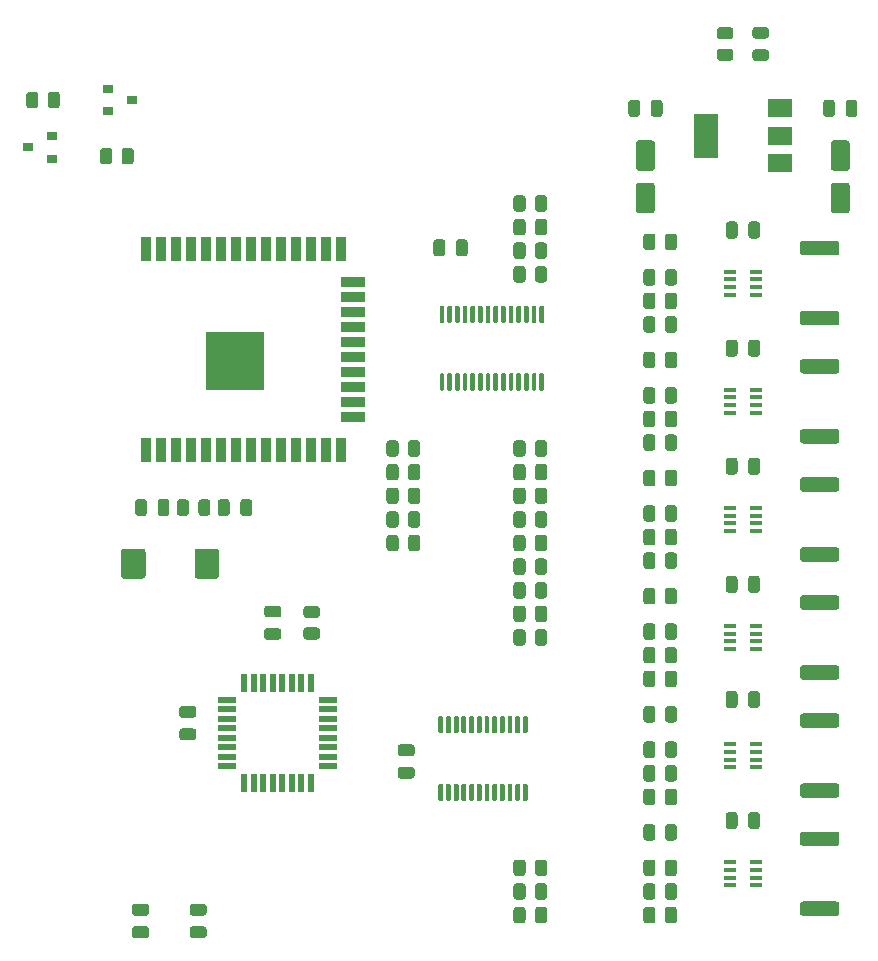
<source format=gbr>
%TF.GenerationSoftware,KiCad,Pcbnew,(5.1.10)-1*%
%TF.CreationDate,2021-07-26T19:48:55+02:00*%
%TF.ProjectId,RobotskaRuka,526f626f-7473-46b6-9152-756b612e6b69,rev?*%
%TF.SameCoordinates,Original*%
%TF.FileFunction,Paste,Top*%
%TF.FilePolarity,Positive*%
%FSLAX46Y46*%
G04 Gerber Fmt 4.6, Leading zero omitted, Abs format (unit mm)*
G04 Created by KiCad (PCBNEW (5.1.10)-1) date 2021-07-26 19:48:55*
%MOMM*%
%LPD*%
G01*
G04 APERTURE LIST*
%ADD10R,0.900000X0.800000*%
%ADD11R,2.000000X3.800000*%
%ADD12R,2.000000X1.500000*%
%ADD13R,1.600000X0.550000*%
%ADD14R,0.550000X1.600000*%
%ADD15R,5.000000X5.000000*%
%ADD16R,0.900000X2.000000*%
%ADD17R,2.000000X0.900000*%
%ADD18R,1.060000X0.400000*%
G04 APERTURE END LIST*
%TO.C,C2*%
G36*
G01*
X164200000Y-75175000D02*
X164200000Y-74225000D01*
G75*
G02*
X164450000Y-73975000I250000J0D01*
G01*
X164950000Y-73975000D01*
G75*
G02*
X165200000Y-74225000I0J-250000D01*
G01*
X165200000Y-75175000D01*
G75*
G02*
X164950000Y-75425000I-250000J0D01*
G01*
X164450000Y-75425000D01*
G75*
G02*
X164200000Y-75175000I0J250000D01*
G01*
G37*
G36*
G01*
X162300000Y-75175000D02*
X162300000Y-74225000D01*
G75*
G02*
X162550000Y-73975000I250000J0D01*
G01*
X163050000Y-73975000D01*
G75*
G02*
X163300000Y-74225000I0J-250000D01*
G01*
X163300000Y-75175000D01*
G75*
G02*
X163050000Y-75425000I-250000J0D01*
G01*
X162550000Y-75425000D01*
G75*
G02*
X162300000Y-75175000I0J250000D01*
G01*
G37*
%TD*%
%TO.C,C4*%
G36*
G01*
X146800000Y-74225000D02*
X146800000Y-75175000D01*
G75*
G02*
X146550000Y-75425000I-250000J0D01*
G01*
X146050000Y-75425000D01*
G75*
G02*
X145800000Y-75175000I0J250000D01*
G01*
X145800000Y-74225000D01*
G75*
G02*
X146050000Y-73975000I250000J0D01*
G01*
X146550000Y-73975000D01*
G75*
G02*
X146800000Y-74225000I0J-250000D01*
G01*
G37*
G36*
G01*
X148700000Y-74225000D02*
X148700000Y-75175000D01*
G75*
G02*
X148450000Y-75425000I-250000J0D01*
G01*
X147950000Y-75425000D01*
G75*
G02*
X147700000Y-75175000I0J250000D01*
G01*
X147700000Y-74225000D01*
G75*
G02*
X147950000Y-73975000I250000J0D01*
G01*
X148450000Y-73975000D01*
G75*
G02*
X148700000Y-74225000I0J-250000D01*
G01*
G37*
%TD*%
%TO.C,C5*%
G36*
G01*
X116175000Y-117800000D02*
X115225000Y-117800000D01*
G75*
G02*
X114975000Y-117550000I0J250000D01*
G01*
X114975000Y-117050000D01*
G75*
G02*
X115225000Y-116800000I250000J0D01*
G01*
X116175000Y-116800000D01*
G75*
G02*
X116425000Y-117050000I0J-250000D01*
G01*
X116425000Y-117550000D01*
G75*
G02*
X116175000Y-117800000I-250000J0D01*
G01*
G37*
G36*
G01*
X116175000Y-119700000D02*
X115225000Y-119700000D01*
G75*
G02*
X114975000Y-119450000I0J250000D01*
G01*
X114975000Y-118950000D01*
G75*
G02*
X115225000Y-118700000I250000J0D01*
G01*
X116175000Y-118700000D01*
G75*
G02*
X116425000Y-118950000I0J-250000D01*
G01*
X116425000Y-119450000D01*
G75*
G02*
X116175000Y-119700000I-250000J0D01*
G01*
G37*
%TD*%
%TO.C,C6*%
G36*
G01*
X108975000Y-126300000D02*
X108025000Y-126300000D01*
G75*
G02*
X107775000Y-126050000I0J250000D01*
G01*
X107775000Y-125550000D01*
G75*
G02*
X108025000Y-125300000I250000J0D01*
G01*
X108975000Y-125300000D01*
G75*
G02*
X109225000Y-125550000I0J-250000D01*
G01*
X109225000Y-126050000D01*
G75*
G02*
X108975000Y-126300000I-250000J0D01*
G01*
G37*
G36*
G01*
X108975000Y-128200000D02*
X108025000Y-128200000D01*
G75*
G02*
X107775000Y-127950000I0J250000D01*
G01*
X107775000Y-127450000D01*
G75*
G02*
X108025000Y-127200000I250000J0D01*
G01*
X108975000Y-127200000D01*
G75*
G02*
X109225000Y-127450000I0J-250000D01*
G01*
X109225000Y-127950000D01*
G75*
G02*
X108975000Y-128200000I-250000J0D01*
G01*
G37*
%TD*%
%TO.C,C7*%
G36*
G01*
X108905000Y-142050000D02*
X109855000Y-142050000D01*
G75*
G02*
X110105000Y-142300000I0J-250000D01*
G01*
X110105000Y-142800000D01*
G75*
G02*
X109855000Y-143050000I-250000J0D01*
G01*
X108905000Y-143050000D01*
G75*
G02*
X108655000Y-142800000I0J250000D01*
G01*
X108655000Y-142300000D01*
G75*
G02*
X108905000Y-142050000I250000J0D01*
G01*
G37*
G36*
G01*
X108905000Y-143950000D02*
X109855000Y-143950000D01*
G75*
G02*
X110105000Y-144200000I0J-250000D01*
G01*
X110105000Y-144700000D01*
G75*
G02*
X109855000Y-144950000I-250000J0D01*
G01*
X108905000Y-144950000D01*
G75*
G02*
X108655000Y-144700000I0J250000D01*
G01*
X108655000Y-144200000D01*
G75*
G02*
X108905000Y-143950000I250000J0D01*
G01*
G37*
%TD*%
%TO.C,C8*%
G36*
G01*
X104025000Y-142050000D02*
X104975000Y-142050000D01*
G75*
G02*
X105225000Y-142300000I0J-250000D01*
G01*
X105225000Y-142800000D01*
G75*
G02*
X104975000Y-143050000I-250000J0D01*
G01*
X104025000Y-143050000D01*
G75*
G02*
X103775000Y-142800000I0J250000D01*
G01*
X103775000Y-142300000D01*
G75*
G02*
X104025000Y-142050000I250000J0D01*
G01*
G37*
G36*
G01*
X104025000Y-143950000D02*
X104975000Y-143950000D01*
G75*
G02*
X105225000Y-144200000I0J-250000D01*
G01*
X105225000Y-144700000D01*
G75*
G02*
X104975000Y-144950000I-250000J0D01*
G01*
X104025000Y-144950000D01*
G75*
G02*
X103775000Y-144700000I0J250000D01*
G01*
X103775000Y-144200000D01*
G75*
G02*
X104025000Y-143950000I250000J0D01*
G01*
G37*
%TD*%
%TO.C,C9*%
G36*
G01*
X105050000Y-108025000D02*
X105050000Y-108975000D01*
G75*
G02*
X104800000Y-109225000I-250000J0D01*
G01*
X104300000Y-109225000D01*
G75*
G02*
X104050000Y-108975000I0J250000D01*
G01*
X104050000Y-108025000D01*
G75*
G02*
X104300000Y-107775000I250000J0D01*
G01*
X104800000Y-107775000D01*
G75*
G02*
X105050000Y-108025000I0J-250000D01*
G01*
G37*
G36*
G01*
X106950000Y-108025000D02*
X106950000Y-108975000D01*
G75*
G02*
X106700000Y-109225000I-250000J0D01*
G01*
X106200000Y-109225000D01*
G75*
G02*
X105950000Y-108975000I0J250000D01*
G01*
X105950000Y-108025000D01*
G75*
G02*
X106200000Y-107775000I250000J0D01*
G01*
X106700000Y-107775000D01*
G75*
G02*
X106950000Y-108025000I0J-250000D01*
G01*
G37*
%TD*%
%TO.C,C10*%
G36*
G01*
X113950000Y-108025000D02*
X113950000Y-108975000D01*
G75*
G02*
X113700000Y-109225000I-250000J0D01*
G01*
X113200000Y-109225000D01*
G75*
G02*
X112950000Y-108975000I0J250000D01*
G01*
X112950000Y-108025000D01*
G75*
G02*
X113200000Y-107775000I250000J0D01*
G01*
X113700000Y-107775000D01*
G75*
G02*
X113950000Y-108025000I0J-250000D01*
G01*
G37*
G36*
G01*
X112050000Y-108025000D02*
X112050000Y-108975000D01*
G75*
G02*
X111800000Y-109225000I-250000J0D01*
G01*
X111300000Y-109225000D01*
G75*
G02*
X111050000Y-108975000I0J250000D01*
G01*
X111050000Y-108025000D01*
G75*
G02*
X111300000Y-107775000I250000J0D01*
G01*
X111800000Y-107775000D01*
G75*
G02*
X112050000Y-108025000I0J-250000D01*
G01*
G37*
%TD*%
%TO.C,C11*%
G36*
G01*
X111150000Y-112225000D02*
X111150000Y-114275000D01*
G75*
G02*
X110900000Y-114525000I-250000J0D01*
G01*
X109325000Y-114525000D01*
G75*
G02*
X109075000Y-114275000I0J250000D01*
G01*
X109075000Y-112225000D01*
G75*
G02*
X109325000Y-111975000I250000J0D01*
G01*
X110900000Y-111975000D01*
G75*
G02*
X111150000Y-112225000I0J-250000D01*
G01*
G37*
G36*
G01*
X104925000Y-112225000D02*
X104925000Y-114275000D01*
G75*
G02*
X104675000Y-114525000I-250000J0D01*
G01*
X103100000Y-114525000D01*
G75*
G02*
X102850000Y-114275000I0J250000D01*
G01*
X102850000Y-112225000D01*
G75*
G02*
X103100000Y-111975000I250000J0D01*
G01*
X104675000Y-111975000D01*
G75*
G02*
X104925000Y-112225000I0J-250000D01*
G01*
G37*
%TD*%
%TO.C,C12*%
G36*
G01*
X126525000Y-128550000D02*
X127475000Y-128550000D01*
G75*
G02*
X127725000Y-128800000I0J-250000D01*
G01*
X127725000Y-129300000D01*
G75*
G02*
X127475000Y-129550000I-250000J0D01*
G01*
X126525000Y-129550000D01*
G75*
G02*
X126275000Y-129300000I0J250000D01*
G01*
X126275000Y-128800000D01*
G75*
G02*
X126525000Y-128550000I250000J0D01*
G01*
G37*
G36*
G01*
X126525000Y-130450000D02*
X127475000Y-130450000D01*
G75*
G02*
X127725000Y-130700000I0J-250000D01*
G01*
X127725000Y-131200000D01*
G75*
G02*
X127475000Y-131450000I-250000J0D01*
G01*
X126525000Y-131450000D01*
G75*
G02*
X126275000Y-131200000I0J250000D01*
G01*
X126275000Y-130700000D01*
G75*
G02*
X126525000Y-130450000I250000J0D01*
G01*
G37*
%TD*%
%TO.C,C13*%
G36*
G01*
X155050000Y-134525000D02*
X155050000Y-135475000D01*
G75*
G02*
X154800000Y-135725000I-250000J0D01*
G01*
X154300000Y-135725000D01*
G75*
G02*
X154050000Y-135475000I0J250000D01*
G01*
X154050000Y-134525000D01*
G75*
G02*
X154300000Y-134275000I250000J0D01*
G01*
X154800000Y-134275000D01*
G75*
G02*
X155050000Y-134525000I0J-250000D01*
G01*
G37*
G36*
G01*
X156950000Y-134525000D02*
X156950000Y-135475000D01*
G75*
G02*
X156700000Y-135725000I-250000J0D01*
G01*
X156200000Y-135725000D01*
G75*
G02*
X155950000Y-135475000I0J250000D01*
G01*
X155950000Y-134525000D01*
G75*
G02*
X156200000Y-134275000I250000J0D01*
G01*
X156700000Y-134275000D01*
G75*
G02*
X156950000Y-134525000I0J-250000D01*
G01*
G37*
%TD*%
%TO.C,C14*%
G36*
G01*
X155050000Y-124275000D02*
X155050000Y-125225000D01*
G75*
G02*
X154800000Y-125475000I-250000J0D01*
G01*
X154300000Y-125475000D01*
G75*
G02*
X154050000Y-125225000I0J250000D01*
G01*
X154050000Y-124275000D01*
G75*
G02*
X154300000Y-124025000I250000J0D01*
G01*
X154800000Y-124025000D01*
G75*
G02*
X155050000Y-124275000I0J-250000D01*
G01*
G37*
G36*
G01*
X156950000Y-124275000D02*
X156950000Y-125225000D01*
G75*
G02*
X156700000Y-125475000I-250000J0D01*
G01*
X156200000Y-125475000D01*
G75*
G02*
X155950000Y-125225000I0J250000D01*
G01*
X155950000Y-124275000D01*
G75*
G02*
X156200000Y-124025000I250000J0D01*
G01*
X156700000Y-124025000D01*
G75*
G02*
X156950000Y-124275000I0J-250000D01*
G01*
G37*
%TD*%
%TO.C,C15*%
G36*
G01*
X156950000Y-114525000D02*
X156950000Y-115475000D01*
G75*
G02*
X156700000Y-115725000I-250000J0D01*
G01*
X156200000Y-115725000D01*
G75*
G02*
X155950000Y-115475000I0J250000D01*
G01*
X155950000Y-114525000D01*
G75*
G02*
X156200000Y-114275000I250000J0D01*
G01*
X156700000Y-114275000D01*
G75*
G02*
X156950000Y-114525000I0J-250000D01*
G01*
G37*
G36*
G01*
X155050000Y-114525000D02*
X155050000Y-115475000D01*
G75*
G02*
X154800000Y-115725000I-250000J0D01*
G01*
X154300000Y-115725000D01*
G75*
G02*
X154050000Y-115475000I0J250000D01*
G01*
X154050000Y-114525000D01*
G75*
G02*
X154300000Y-114275000I250000J0D01*
G01*
X154800000Y-114275000D01*
G75*
G02*
X155050000Y-114525000I0J-250000D01*
G01*
G37*
%TD*%
%TO.C,C16*%
G36*
G01*
X156950000Y-104525000D02*
X156950000Y-105475000D01*
G75*
G02*
X156700000Y-105725000I-250000J0D01*
G01*
X156200000Y-105725000D01*
G75*
G02*
X155950000Y-105475000I0J250000D01*
G01*
X155950000Y-104525000D01*
G75*
G02*
X156200000Y-104275000I250000J0D01*
G01*
X156700000Y-104275000D01*
G75*
G02*
X156950000Y-104525000I0J-250000D01*
G01*
G37*
G36*
G01*
X155050000Y-104525000D02*
X155050000Y-105475000D01*
G75*
G02*
X154800000Y-105725000I-250000J0D01*
G01*
X154300000Y-105725000D01*
G75*
G02*
X154050000Y-105475000I0J250000D01*
G01*
X154050000Y-104525000D01*
G75*
G02*
X154300000Y-104275000I250000J0D01*
G01*
X154800000Y-104275000D01*
G75*
G02*
X155050000Y-104525000I0J-250000D01*
G01*
G37*
%TD*%
%TO.C,C17*%
G36*
G01*
X155050000Y-94525000D02*
X155050000Y-95475000D01*
G75*
G02*
X154800000Y-95725000I-250000J0D01*
G01*
X154300000Y-95725000D01*
G75*
G02*
X154050000Y-95475000I0J250000D01*
G01*
X154050000Y-94525000D01*
G75*
G02*
X154300000Y-94275000I250000J0D01*
G01*
X154800000Y-94275000D01*
G75*
G02*
X155050000Y-94525000I0J-250000D01*
G01*
G37*
G36*
G01*
X156950000Y-94525000D02*
X156950000Y-95475000D01*
G75*
G02*
X156700000Y-95725000I-250000J0D01*
G01*
X156200000Y-95725000D01*
G75*
G02*
X155950000Y-95475000I0J250000D01*
G01*
X155950000Y-94525000D01*
G75*
G02*
X156200000Y-94275000I250000J0D01*
G01*
X156700000Y-94275000D01*
G75*
G02*
X156950000Y-94525000I0J-250000D01*
G01*
G37*
%TD*%
%TO.C,C18*%
G36*
G01*
X156950000Y-84525000D02*
X156950000Y-85475000D01*
G75*
G02*
X156700000Y-85725000I-250000J0D01*
G01*
X156200000Y-85725000D01*
G75*
G02*
X155950000Y-85475000I0J250000D01*
G01*
X155950000Y-84525000D01*
G75*
G02*
X156200000Y-84275000I250000J0D01*
G01*
X156700000Y-84275000D01*
G75*
G02*
X156950000Y-84525000I0J-250000D01*
G01*
G37*
G36*
G01*
X155050000Y-84525000D02*
X155050000Y-85475000D01*
G75*
G02*
X154800000Y-85725000I-250000J0D01*
G01*
X154300000Y-85725000D01*
G75*
G02*
X154050000Y-85475000I0J250000D01*
G01*
X154050000Y-84525000D01*
G75*
G02*
X154300000Y-84275000I250000J0D01*
G01*
X154800000Y-84275000D01*
G75*
G02*
X155050000Y-84525000I0J-250000D01*
G01*
G37*
%TD*%
%TO.C,C19*%
G36*
G01*
X130300000Y-86025000D02*
X130300000Y-86975000D01*
G75*
G02*
X130050000Y-87225000I-250000J0D01*
G01*
X129550000Y-87225000D01*
G75*
G02*
X129300000Y-86975000I0J250000D01*
G01*
X129300000Y-86025000D01*
G75*
G02*
X129550000Y-85775000I250000J0D01*
G01*
X130050000Y-85775000D01*
G75*
G02*
X130300000Y-86025000I0J-250000D01*
G01*
G37*
G36*
G01*
X132200000Y-86025000D02*
X132200000Y-86975000D01*
G75*
G02*
X131950000Y-87225000I-250000J0D01*
G01*
X131450000Y-87225000D01*
G75*
G02*
X131200000Y-86975000I0J250000D01*
G01*
X131200000Y-86025000D01*
G75*
G02*
X131450000Y-85775000I250000J0D01*
G01*
X131950000Y-85775000D01*
G75*
G02*
X132200000Y-86025000I0J-250000D01*
G01*
G37*
%TD*%
%TO.C,D1*%
G36*
G01*
X157456250Y-70675000D02*
X156543750Y-70675000D01*
G75*
G02*
X156300000Y-70431250I0J243750D01*
G01*
X156300000Y-69943750D01*
G75*
G02*
X156543750Y-69700000I243750J0D01*
G01*
X157456250Y-69700000D01*
G75*
G02*
X157700000Y-69943750I0J-243750D01*
G01*
X157700000Y-70431250D01*
G75*
G02*
X157456250Y-70675000I-243750J0D01*
G01*
G37*
G36*
G01*
X157456250Y-68800000D02*
X156543750Y-68800000D01*
G75*
G02*
X156300000Y-68556250I0J243750D01*
G01*
X156300000Y-68068750D01*
G75*
G02*
X156543750Y-67825000I243750J0D01*
G01*
X157456250Y-67825000D01*
G75*
G02*
X157700000Y-68068750I0J-243750D01*
G01*
X157700000Y-68556250D01*
G75*
G02*
X157456250Y-68800000I-243750J0D01*
G01*
G37*
%TD*%
D10*
%TO.C,Q2*%
X97000000Y-78950000D03*
X97000000Y-77050000D03*
X95000000Y-78000000D03*
%TD*%
%TO.C,Q3*%
X101750000Y-73050000D03*
X101750000Y-74950000D03*
X103750000Y-74000000D03*
%TD*%
%TO.C,R1*%
G36*
G01*
X154450002Y-68850000D02*
X153549998Y-68850000D01*
G75*
G02*
X153300000Y-68600002I0J249998D01*
G01*
X153300000Y-68074998D01*
G75*
G02*
X153549998Y-67825000I249998J0D01*
G01*
X154450002Y-67825000D01*
G75*
G02*
X154700000Y-68074998I0J-249998D01*
G01*
X154700000Y-68600002D01*
G75*
G02*
X154450002Y-68850000I-249998J0D01*
G01*
G37*
G36*
G01*
X154450002Y-70675000D02*
X153549998Y-70675000D01*
G75*
G02*
X153300000Y-70425002I0J249998D01*
G01*
X153300000Y-69899998D01*
G75*
G02*
X153549998Y-69650000I249998J0D01*
G01*
X154450002Y-69650000D01*
G75*
G02*
X154700000Y-69899998I0J-249998D01*
G01*
X154700000Y-70425002D01*
G75*
G02*
X154450002Y-70675000I-249998J0D01*
G01*
G37*
%TD*%
%TO.C,R2*%
G36*
G01*
X118549998Y-118650000D02*
X119450002Y-118650000D01*
G75*
G02*
X119700000Y-118899998I0J-249998D01*
G01*
X119700000Y-119425002D01*
G75*
G02*
X119450002Y-119675000I-249998J0D01*
G01*
X118549998Y-119675000D01*
G75*
G02*
X118300000Y-119425002I0J249998D01*
G01*
X118300000Y-118899998D01*
G75*
G02*
X118549998Y-118650000I249998J0D01*
G01*
G37*
G36*
G01*
X118549998Y-116825000D02*
X119450002Y-116825000D01*
G75*
G02*
X119700000Y-117074998I0J-249998D01*
G01*
X119700000Y-117600002D01*
G75*
G02*
X119450002Y-117850000I-249998J0D01*
G01*
X118549998Y-117850000D01*
G75*
G02*
X118300000Y-117600002I0J249998D01*
G01*
X118300000Y-117074998D01*
G75*
G02*
X118549998Y-116825000I249998J0D01*
G01*
G37*
%TD*%
%TO.C,R3*%
G36*
G01*
X110425000Y-108049998D02*
X110425000Y-108950002D01*
G75*
G02*
X110175002Y-109200000I-249998J0D01*
G01*
X109649998Y-109200000D01*
G75*
G02*
X109400000Y-108950002I0J249998D01*
G01*
X109400000Y-108049998D01*
G75*
G02*
X109649998Y-107800000I249998J0D01*
G01*
X110175002Y-107800000D01*
G75*
G02*
X110425000Y-108049998I0J-249998D01*
G01*
G37*
G36*
G01*
X108600000Y-108049998D02*
X108600000Y-108950002D01*
G75*
G02*
X108350002Y-109200000I-249998J0D01*
G01*
X107824998Y-109200000D01*
G75*
G02*
X107575000Y-108950002I0J249998D01*
G01*
X107575000Y-108049998D01*
G75*
G02*
X107824998Y-107800000I249998J0D01*
G01*
X108350002Y-107800000D01*
G75*
G02*
X108600000Y-108049998I0J-249998D01*
G01*
G37*
%TD*%
%TO.C,R4*%
G36*
G01*
X102100000Y-78299998D02*
X102100000Y-79200002D01*
G75*
G02*
X101850002Y-79450000I-249998J0D01*
G01*
X101324998Y-79450000D01*
G75*
G02*
X101075000Y-79200002I0J249998D01*
G01*
X101075000Y-78299998D01*
G75*
G02*
X101324998Y-78050000I249998J0D01*
G01*
X101850002Y-78050000D01*
G75*
G02*
X102100000Y-78299998I0J-249998D01*
G01*
G37*
G36*
G01*
X103925000Y-78299998D02*
X103925000Y-79200002D01*
G75*
G02*
X103675002Y-79450000I-249998J0D01*
G01*
X103149998Y-79450000D01*
G75*
G02*
X102900000Y-79200002I0J249998D01*
G01*
X102900000Y-78299998D01*
G75*
G02*
X103149998Y-78050000I249998J0D01*
G01*
X103675002Y-78050000D01*
G75*
G02*
X103925000Y-78299998I0J-249998D01*
G01*
G37*
%TD*%
%TO.C,R5*%
G36*
G01*
X96650000Y-74450002D02*
X96650000Y-73549998D01*
G75*
G02*
X96899998Y-73300000I249998J0D01*
G01*
X97425002Y-73300000D01*
G75*
G02*
X97675000Y-73549998I0J-249998D01*
G01*
X97675000Y-74450002D01*
G75*
G02*
X97425002Y-74700000I-249998J0D01*
G01*
X96899998Y-74700000D01*
G75*
G02*
X96650000Y-74450002I0J249998D01*
G01*
G37*
G36*
G01*
X94825000Y-74450002D02*
X94825000Y-73549998D01*
G75*
G02*
X95074998Y-73300000I249998J0D01*
G01*
X95600002Y-73300000D01*
G75*
G02*
X95850000Y-73549998I0J-249998D01*
G01*
X95850000Y-74450002D01*
G75*
G02*
X95600002Y-74700000I-249998J0D01*
G01*
X95074998Y-74700000D01*
G75*
G02*
X94825000Y-74450002I0J249998D01*
G01*
G37*
%TD*%
%TO.C,R6*%
G36*
G01*
X138925000Y-117049998D02*
X138925000Y-117950002D01*
G75*
G02*
X138675002Y-118200000I-249998J0D01*
G01*
X138149998Y-118200000D01*
G75*
G02*
X137900000Y-117950002I0J249998D01*
G01*
X137900000Y-117049998D01*
G75*
G02*
X138149998Y-116800000I249998J0D01*
G01*
X138675002Y-116800000D01*
G75*
G02*
X138925000Y-117049998I0J-249998D01*
G01*
G37*
G36*
G01*
X137100000Y-117049998D02*
X137100000Y-117950002D01*
G75*
G02*
X136850002Y-118200000I-249998J0D01*
G01*
X136324998Y-118200000D01*
G75*
G02*
X136075000Y-117950002I0J249998D01*
G01*
X136075000Y-117049998D01*
G75*
G02*
X136324998Y-116800000I249998J0D01*
G01*
X136850002Y-116800000D01*
G75*
G02*
X137100000Y-117049998I0J-249998D01*
G01*
G37*
%TD*%
%TO.C,R7*%
G36*
G01*
X138925000Y-115049998D02*
X138925000Y-115950002D01*
G75*
G02*
X138675002Y-116200000I-249998J0D01*
G01*
X138149998Y-116200000D01*
G75*
G02*
X137900000Y-115950002I0J249998D01*
G01*
X137900000Y-115049998D01*
G75*
G02*
X138149998Y-114800000I249998J0D01*
G01*
X138675002Y-114800000D01*
G75*
G02*
X138925000Y-115049998I0J-249998D01*
G01*
G37*
G36*
G01*
X137100000Y-115049998D02*
X137100000Y-115950002D01*
G75*
G02*
X136850002Y-116200000I-249998J0D01*
G01*
X136324998Y-116200000D01*
G75*
G02*
X136075000Y-115950002I0J249998D01*
G01*
X136075000Y-115049998D01*
G75*
G02*
X136324998Y-114800000I249998J0D01*
G01*
X136850002Y-114800000D01*
G75*
G02*
X137100000Y-115049998I0J-249998D01*
G01*
G37*
%TD*%
%TO.C,R8*%
G36*
G01*
X137100000Y-138549998D02*
X137100000Y-139450002D01*
G75*
G02*
X136850002Y-139700000I-249998J0D01*
G01*
X136324998Y-139700000D01*
G75*
G02*
X136075000Y-139450002I0J249998D01*
G01*
X136075000Y-138549998D01*
G75*
G02*
X136324998Y-138300000I249998J0D01*
G01*
X136850002Y-138300000D01*
G75*
G02*
X137100000Y-138549998I0J-249998D01*
G01*
G37*
G36*
G01*
X138925000Y-138549998D02*
X138925000Y-139450002D01*
G75*
G02*
X138675002Y-139700000I-249998J0D01*
G01*
X138149998Y-139700000D01*
G75*
G02*
X137900000Y-139450002I0J249998D01*
G01*
X137900000Y-138549998D01*
G75*
G02*
X138149998Y-138300000I249998J0D01*
G01*
X138675002Y-138300000D01*
G75*
G02*
X138925000Y-138549998I0J-249998D01*
G01*
G37*
%TD*%
%TO.C,R9*%
G36*
G01*
X137100000Y-119049998D02*
X137100000Y-119950002D01*
G75*
G02*
X136850002Y-120200000I-249998J0D01*
G01*
X136324998Y-120200000D01*
G75*
G02*
X136075000Y-119950002I0J249998D01*
G01*
X136075000Y-119049998D01*
G75*
G02*
X136324998Y-118800000I249998J0D01*
G01*
X136850002Y-118800000D01*
G75*
G02*
X137100000Y-119049998I0J-249998D01*
G01*
G37*
G36*
G01*
X138925000Y-119049998D02*
X138925000Y-119950002D01*
G75*
G02*
X138675002Y-120200000I-249998J0D01*
G01*
X138149998Y-120200000D01*
G75*
G02*
X137900000Y-119950002I0J249998D01*
G01*
X137900000Y-119049998D01*
G75*
G02*
X138149998Y-118800000I249998J0D01*
G01*
X138675002Y-118800000D01*
G75*
G02*
X138925000Y-119049998I0J-249998D01*
G01*
G37*
%TD*%
%TO.C,R10*%
G36*
G01*
X138925000Y-140549998D02*
X138925000Y-141450002D01*
G75*
G02*
X138675002Y-141700000I-249998J0D01*
G01*
X138149998Y-141700000D01*
G75*
G02*
X137900000Y-141450002I0J249998D01*
G01*
X137900000Y-140549998D01*
G75*
G02*
X138149998Y-140300000I249998J0D01*
G01*
X138675002Y-140300000D01*
G75*
G02*
X138925000Y-140549998I0J-249998D01*
G01*
G37*
G36*
G01*
X137100000Y-140549998D02*
X137100000Y-141450002D01*
G75*
G02*
X136850002Y-141700000I-249998J0D01*
G01*
X136324998Y-141700000D01*
G75*
G02*
X136075000Y-141450002I0J249998D01*
G01*
X136075000Y-140549998D01*
G75*
G02*
X136324998Y-140300000I249998J0D01*
G01*
X136850002Y-140300000D01*
G75*
G02*
X137100000Y-140549998I0J-249998D01*
G01*
G37*
%TD*%
%TO.C,R11*%
G36*
G01*
X137100000Y-142549998D02*
X137100000Y-143450002D01*
G75*
G02*
X136850002Y-143700000I-249998J0D01*
G01*
X136324998Y-143700000D01*
G75*
G02*
X136075000Y-143450002I0J249998D01*
G01*
X136075000Y-142549998D01*
G75*
G02*
X136324998Y-142300000I249998J0D01*
G01*
X136850002Y-142300000D01*
G75*
G02*
X137100000Y-142549998I0J-249998D01*
G01*
G37*
G36*
G01*
X138925000Y-142549998D02*
X138925000Y-143450002D01*
G75*
G02*
X138675002Y-143700000I-249998J0D01*
G01*
X138149998Y-143700000D01*
G75*
G02*
X137900000Y-143450002I0J249998D01*
G01*
X137900000Y-142549998D01*
G75*
G02*
X138149998Y-142300000I249998J0D01*
G01*
X138675002Y-142300000D01*
G75*
G02*
X138925000Y-142549998I0J-249998D01*
G01*
G37*
%TD*%
%TO.C,R15*%
G36*
G01*
X149925000Y-140549998D02*
X149925000Y-141450002D01*
G75*
G02*
X149675002Y-141700000I-249998J0D01*
G01*
X149149998Y-141700000D01*
G75*
G02*
X148900000Y-141450002I0J249998D01*
G01*
X148900000Y-140549998D01*
G75*
G02*
X149149998Y-140300000I249998J0D01*
G01*
X149675002Y-140300000D01*
G75*
G02*
X149925000Y-140549998I0J-249998D01*
G01*
G37*
G36*
G01*
X148100000Y-140549998D02*
X148100000Y-141450002D01*
G75*
G02*
X147850002Y-141700000I-249998J0D01*
G01*
X147324998Y-141700000D01*
G75*
G02*
X147075000Y-141450002I0J249998D01*
G01*
X147075000Y-140549998D01*
G75*
G02*
X147324998Y-140300000I249998J0D01*
G01*
X147850002Y-140300000D01*
G75*
G02*
X148100000Y-140549998I0J-249998D01*
G01*
G37*
%TD*%
%TO.C,R16*%
G36*
G01*
X149925000Y-130549998D02*
X149925000Y-131450002D01*
G75*
G02*
X149675002Y-131700000I-249998J0D01*
G01*
X149149998Y-131700000D01*
G75*
G02*
X148900000Y-131450002I0J249998D01*
G01*
X148900000Y-130549998D01*
G75*
G02*
X149149998Y-130300000I249998J0D01*
G01*
X149675002Y-130300000D01*
G75*
G02*
X149925000Y-130549998I0J-249998D01*
G01*
G37*
G36*
G01*
X148100000Y-130549998D02*
X148100000Y-131450002D01*
G75*
G02*
X147850002Y-131700000I-249998J0D01*
G01*
X147324998Y-131700000D01*
G75*
G02*
X147075000Y-131450002I0J249998D01*
G01*
X147075000Y-130549998D01*
G75*
G02*
X147324998Y-130300000I249998J0D01*
G01*
X147850002Y-130300000D01*
G75*
G02*
X148100000Y-130549998I0J-249998D01*
G01*
G37*
%TD*%
%TO.C,R17*%
G36*
G01*
X148100000Y-120549998D02*
X148100000Y-121450002D01*
G75*
G02*
X147850002Y-121700000I-249998J0D01*
G01*
X147324998Y-121700000D01*
G75*
G02*
X147075000Y-121450002I0J249998D01*
G01*
X147075000Y-120549998D01*
G75*
G02*
X147324998Y-120300000I249998J0D01*
G01*
X147850002Y-120300000D01*
G75*
G02*
X148100000Y-120549998I0J-249998D01*
G01*
G37*
G36*
G01*
X149925000Y-120549998D02*
X149925000Y-121450002D01*
G75*
G02*
X149675002Y-121700000I-249998J0D01*
G01*
X149149998Y-121700000D01*
G75*
G02*
X148900000Y-121450002I0J249998D01*
G01*
X148900000Y-120549998D01*
G75*
G02*
X149149998Y-120300000I249998J0D01*
G01*
X149675002Y-120300000D01*
G75*
G02*
X149925000Y-120549998I0J-249998D01*
G01*
G37*
%TD*%
%TO.C,R18*%
G36*
G01*
X148100000Y-142549998D02*
X148100000Y-143450002D01*
G75*
G02*
X147850002Y-143700000I-249998J0D01*
G01*
X147324998Y-143700000D01*
G75*
G02*
X147075000Y-143450002I0J249998D01*
G01*
X147075000Y-142549998D01*
G75*
G02*
X147324998Y-142300000I249998J0D01*
G01*
X147850002Y-142300000D01*
G75*
G02*
X148100000Y-142549998I0J-249998D01*
G01*
G37*
G36*
G01*
X149925000Y-142549998D02*
X149925000Y-143450002D01*
G75*
G02*
X149675002Y-143700000I-249998J0D01*
G01*
X149149998Y-143700000D01*
G75*
G02*
X148900000Y-143450002I0J249998D01*
G01*
X148900000Y-142549998D01*
G75*
G02*
X149149998Y-142300000I249998J0D01*
G01*
X149675002Y-142300000D01*
G75*
G02*
X149925000Y-142549998I0J-249998D01*
G01*
G37*
%TD*%
%TO.C,R19*%
G36*
G01*
X149925000Y-132549998D02*
X149925000Y-133450002D01*
G75*
G02*
X149675002Y-133700000I-249998J0D01*
G01*
X149149998Y-133700000D01*
G75*
G02*
X148900000Y-133450002I0J249998D01*
G01*
X148900000Y-132549998D01*
G75*
G02*
X149149998Y-132300000I249998J0D01*
G01*
X149675002Y-132300000D01*
G75*
G02*
X149925000Y-132549998I0J-249998D01*
G01*
G37*
G36*
G01*
X148100000Y-132549998D02*
X148100000Y-133450002D01*
G75*
G02*
X147850002Y-133700000I-249998J0D01*
G01*
X147324998Y-133700000D01*
G75*
G02*
X147075000Y-133450002I0J249998D01*
G01*
X147075000Y-132549998D01*
G75*
G02*
X147324998Y-132300000I249998J0D01*
G01*
X147850002Y-132300000D01*
G75*
G02*
X148100000Y-132549998I0J-249998D01*
G01*
G37*
%TD*%
%TO.C,R20*%
G36*
G01*
X149925000Y-122549998D02*
X149925000Y-123450002D01*
G75*
G02*
X149675002Y-123700000I-249998J0D01*
G01*
X149149998Y-123700000D01*
G75*
G02*
X148900000Y-123450002I0J249998D01*
G01*
X148900000Y-122549998D01*
G75*
G02*
X149149998Y-122300000I249998J0D01*
G01*
X149675002Y-122300000D01*
G75*
G02*
X149925000Y-122549998I0J-249998D01*
G01*
G37*
G36*
G01*
X148100000Y-122549998D02*
X148100000Y-123450002D01*
G75*
G02*
X147850002Y-123700000I-249998J0D01*
G01*
X147324998Y-123700000D01*
G75*
G02*
X147075000Y-123450002I0J249998D01*
G01*
X147075000Y-122549998D01*
G75*
G02*
X147324998Y-122300000I249998J0D01*
G01*
X147850002Y-122300000D01*
G75*
G02*
X148100000Y-122549998I0J-249998D01*
G01*
G37*
%TD*%
%TO.C,R21*%
G36*
G01*
X147075000Y-136450002D02*
X147075000Y-135549998D01*
G75*
G02*
X147324998Y-135300000I249998J0D01*
G01*
X147850002Y-135300000D01*
G75*
G02*
X148100000Y-135549998I0J-249998D01*
G01*
X148100000Y-136450002D01*
G75*
G02*
X147850002Y-136700000I-249998J0D01*
G01*
X147324998Y-136700000D01*
G75*
G02*
X147075000Y-136450002I0J249998D01*
G01*
G37*
G36*
G01*
X148900000Y-136450002D02*
X148900000Y-135549998D01*
G75*
G02*
X149149998Y-135300000I249998J0D01*
G01*
X149675002Y-135300000D01*
G75*
G02*
X149925000Y-135549998I0J-249998D01*
G01*
X149925000Y-136450002D01*
G75*
G02*
X149675002Y-136700000I-249998J0D01*
G01*
X149149998Y-136700000D01*
G75*
G02*
X148900000Y-136450002I0J249998D01*
G01*
G37*
%TD*%
%TO.C,R22*%
G36*
G01*
X148900000Y-139450002D02*
X148900000Y-138549998D01*
G75*
G02*
X149149998Y-138300000I249998J0D01*
G01*
X149675002Y-138300000D01*
G75*
G02*
X149925000Y-138549998I0J-249998D01*
G01*
X149925000Y-139450002D01*
G75*
G02*
X149675002Y-139700000I-249998J0D01*
G01*
X149149998Y-139700000D01*
G75*
G02*
X148900000Y-139450002I0J249998D01*
G01*
G37*
G36*
G01*
X147075000Y-139450002D02*
X147075000Y-138549998D01*
G75*
G02*
X147324998Y-138300000I249998J0D01*
G01*
X147850002Y-138300000D01*
G75*
G02*
X148100000Y-138549998I0J-249998D01*
G01*
X148100000Y-139450002D01*
G75*
G02*
X147850002Y-139700000I-249998J0D01*
G01*
X147324998Y-139700000D01*
G75*
G02*
X147075000Y-139450002I0J249998D01*
G01*
G37*
%TD*%
%TO.C,R23*%
G36*
G01*
X147075000Y-126450002D02*
X147075000Y-125549998D01*
G75*
G02*
X147324998Y-125300000I249998J0D01*
G01*
X147850002Y-125300000D01*
G75*
G02*
X148100000Y-125549998I0J-249998D01*
G01*
X148100000Y-126450002D01*
G75*
G02*
X147850002Y-126700000I-249998J0D01*
G01*
X147324998Y-126700000D01*
G75*
G02*
X147075000Y-126450002I0J249998D01*
G01*
G37*
G36*
G01*
X148900000Y-126450002D02*
X148900000Y-125549998D01*
G75*
G02*
X149149998Y-125300000I249998J0D01*
G01*
X149675002Y-125300000D01*
G75*
G02*
X149925000Y-125549998I0J-249998D01*
G01*
X149925000Y-126450002D01*
G75*
G02*
X149675002Y-126700000I-249998J0D01*
G01*
X149149998Y-126700000D01*
G75*
G02*
X148900000Y-126450002I0J249998D01*
G01*
G37*
%TD*%
%TO.C,R24*%
G36*
G01*
X147075000Y-129450002D02*
X147075000Y-128549998D01*
G75*
G02*
X147324998Y-128300000I249998J0D01*
G01*
X147850002Y-128300000D01*
G75*
G02*
X148100000Y-128549998I0J-249998D01*
G01*
X148100000Y-129450002D01*
G75*
G02*
X147850002Y-129700000I-249998J0D01*
G01*
X147324998Y-129700000D01*
G75*
G02*
X147075000Y-129450002I0J249998D01*
G01*
G37*
G36*
G01*
X148900000Y-129450002D02*
X148900000Y-128549998D01*
G75*
G02*
X149149998Y-128300000I249998J0D01*
G01*
X149675002Y-128300000D01*
G75*
G02*
X149925000Y-128549998I0J-249998D01*
G01*
X149925000Y-129450002D01*
G75*
G02*
X149675002Y-129700000I-249998J0D01*
G01*
X149149998Y-129700000D01*
G75*
G02*
X148900000Y-129450002I0J249998D01*
G01*
G37*
%TD*%
%TO.C,R25*%
G36*
G01*
X147075000Y-116450002D02*
X147075000Y-115549998D01*
G75*
G02*
X147324998Y-115300000I249998J0D01*
G01*
X147850002Y-115300000D01*
G75*
G02*
X148100000Y-115549998I0J-249998D01*
G01*
X148100000Y-116450002D01*
G75*
G02*
X147850002Y-116700000I-249998J0D01*
G01*
X147324998Y-116700000D01*
G75*
G02*
X147075000Y-116450002I0J249998D01*
G01*
G37*
G36*
G01*
X148900000Y-116450002D02*
X148900000Y-115549998D01*
G75*
G02*
X149149998Y-115300000I249998J0D01*
G01*
X149675002Y-115300000D01*
G75*
G02*
X149925000Y-115549998I0J-249998D01*
G01*
X149925000Y-116450002D01*
G75*
G02*
X149675002Y-116700000I-249998J0D01*
G01*
X149149998Y-116700000D01*
G75*
G02*
X148900000Y-116450002I0J249998D01*
G01*
G37*
%TD*%
%TO.C,R26*%
G36*
G01*
X147075000Y-119450002D02*
X147075000Y-118549998D01*
G75*
G02*
X147324998Y-118300000I249998J0D01*
G01*
X147850002Y-118300000D01*
G75*
G02*
X148100000Y-118549998I0J-249998D01*
G01*
X148100000Y-119450002D01*
G75*
G02*
X147850002Y-119700000I-249998J0D01*
G01*
X147324998Y-119700000D01*
G75*
G02*
X147075000Y-119450002I0J249998D01*
G01*
G37*
G36*
G01*
X148900000Y-119450002D02*
X148900000Y-118549998D01*
G75*
G02*
X149149998Y-118300000I249998J0D01*
G01*
X149675002Y-118300000D01*
G75*
G02*
X149925000Y-118549998I0J-249998D01*
G01*
X149925000Y-119450002D01*
G75*
G02*
X149675002Y-119700000I-249998J0D01*
G01*
X149149998Y-119700000D01*
G75*
G02*
X148900000Y-119450002I0J249998D01*
G01*
G37*
%TD*%
%TO.C,R30*%
G36*
G01*
X148100000Y-110549998D02*
X148100000Y-111450002D01*
G75*
G02*
X147850002Y-111700000I-249998J0D01*
G01*
X147324998Y-111700000D01*
G75*
G02*
X147075000Y-111450002I0J249998D01*
G01*
X147075000Y-110549998D01*
G75*
G02*
X147324998Y-110300000I249998J0D01*
G01*
X147850002Y-110300000D01*
G75*
G02*
X148100000Y-110549998I0J-249998D01*
G01*
G37*
G36*
G01*
X149925000Y-110549998D02*
X149925000Y-111450002D01*
G75*
G02*
X149675002Y-111700000I-249998J0D01*
G01*
X149149998Y-111700000D01*
G75*
G02*
X148900000Y-111450002I0J249998D01*
G01*
X148900000Y-110549998D01*
G75*
G02*
X149149998Y-110300000I249998J0D01*
G01*
X149675002Y-110300000D01*
G75*
G02*
X149925000Y-110549998I0J-249998D01*
G01*
G37*
%TD*%
%TO.C,R31*%
G36*
G01*
X148100000Y-100549998D02*
X148100000Y-101450002D01*
G75*
G02*
X147850002Y-101700000I-249998J0D01*
G01*
X147324998Y-101700000D01*
G75*
G02*
X147075000Y-101450002I0J249998D01*
G01*
X147075000Y-100549998D01*
G75*
G02*
X147324998Y-100300000I249998J0D01*
G01*
X147850002Y-100300000D01*
G75*
G02*
X148100000Y-100549998I0J-249998D01*
G01*
G37*
G36*
G01*
X149925000Y-100549998D02*
X149925000Y-101450002D01*
G75*
G02*
X149675002Y-101700000I-249998J0D01*
G01*
X149149998Y-101700000D01*
G75*
G02*
X148900000Y-101450002I0J249998D01*
G01*
X148900000Y-100549998D01*
G75*
G02*
X149149998Y-100300000I249998J0D01*
G01*
X149675002Y-100300000D01*
G75*
G02*
X149925000Y-100549998I0J-249998D01*
G01*
G37*
%TD*%
%TO.C,R32*%
G36*
G01*
X148100000Y-90549998D02*
X148100000Y-91450002D01*
G75*
G02*
X147850002Y-91700000I-249998J0D01*
G01*
X147324998Y-91700000D01*
G75*
G02*
X147075000Y-91450002I0J249998D01*
G01*
X147075000Y-90549998D01*
G75*
G02*
X147324998Y-90300000I249998J0D01*
G01*
X147850002Y-90300000D01*
G75*
G02*
X148100000Y-90549998I0J-249998D01*
G01*
G37*
G36*
G01*
X149925000Y-90549998D02*
X149925000Y-91450002D01*
G75*
G02*
X149675002Y-91700000I-249998J0D01*
G01*
X149149998Y-91700000D01*
G75*
G02*
X148900000Y-91450002I0J249998D01*
G01*
X148900000Y-90549998D01*
G75*
G02*
X149149998Y-90300000I249998J0D01*
G01*
X149675002Y-90300000D01*
G75*
G02*
X149925000Y-90549998I0J-249998D01*
G01*
G37*
%TD*%
%TO.C,R33*%
G36*
G01*
X149925000Y-112549998D02*
X149925000Y-113450002D01*
G75*
G02*
X149675002Y-113700000I-249998J0D01*
G01*
X149149998Y-113700000D01*
G75*
G02*
X148900000Y-113450002I0J249998D01*
G01*
X148900000Y-112549998D01*
G75*
G02*
X149149998Y-112300000I249998J0D01*
G01*
X149675002Y-112300000D01*
G75*
G02*
X149925000Y-112549998I0J-249998D01*
G01*
G37*
G36*
G01*
X148100000Y-112549998D02*
X148100000Y-113450002D01*
G75*
G02*
X147850002Y-113700000I-249998J0D01*
G01*
X147324998Y-113700000D01*
G75*
G02*
X147075000Y-113450002I0J249998D01*
G01*
X147075000Y-112549998D01*
G75*
G02*
X147324998Y-112300000I249998J0D01*
G01*
X147850002Y-112300000D01*
G75*
G02*
X148100000Y-112549998I0J-249998D01*
G01*
G37*
%TD*%
%TO.C,R34*%
G36*
G01*
X149925000Y-102549998D02*
X149925000Y-103450002D01*
G75*
G02*
X149675002Y-103700000I-249998J0D01*
G01*
X149149998Y-103700000D01*
G75*
G02*
X148900000Y-103450002I0J249998D01*
G01*
X148900000Y-102549998D01*
G75*
G02*
X149149998Y-102300000I249998J0D01*
G01*
X149675002Y-102300000D01*
G75*
G02*
X149925000Y-102549998I0J-249998D01*
G01*
G37*
G36*
G01*
X148100000Y-102549998D02*
X148100000Y-103450002D01*
G75*
G02*
X147850002Y-103700000I-249998J0D01*
G01*
X147324998Y-103700000D01*
G75*
G02*
X147075000Y-103450002I0J249998D01*
G01*
X147075000Y-102549998D01*
G75*
G02*
X147324998Y-102300000I249998J0D01*
G01*
X147850002Y-102300000D01*
G75*
G02*
X148100000Y-102549998I0J-249998D01*
G01*
G37*
%TD*%
%TO.C,R35*%
G36*
G01*
X149925000Y-92549998D02*
X149925000Y-93450002D01*
G75*
G02*
X149675002Y-93700000I-249998J0D01*
G01*
X149149998Y-93700000D01*
G75*
G02*
X148900000Y-93450002I0J249998D01*
G01*
X148900000Y-92549998D01*
G75*
G02*
X149149998Y-92300000I249998J0D01*
G01*
X149675002Y-92300000D01*
G75*
G02*
X149925000Y-92549998I0J-249998D01*
G01*
G37*
G36*
G01*
X148100000Y-92549998D02*
X148100000Y-93450002D01*
G75*
G02*
X147850002Y-93700000I-249998J0D01*
G01*
X147324998Y-93700000D01*
G75*
G02*
X147075000Y-93450002I0J249998D01*
G01*
X147075000Y-92549998D01*
G75*
G02*
X147324998Y-92300000I249998J0D01*
G01*
X147850002Y-92300000D01*
G75*
G02*
X148100000Y-92549998I0J-249998D01*
G01*
G37*
%TD*%
%TO.C,R36*%
G36*
G01*
X148900000Y-106450002D02*
X148900000Y-105549998D01*
G75*
G02*
X149149998Y-105300000I249998J0D01*
G01*
X149675002Y-105300000D01*
G75*
G02*
X149925000Y-105549998I0J-249998D01*
G01*
X149925000Y-106450002D01*
G75*
G02*
X149675002Y-106700000I-249998J0D01*
G01*
X149149998Y-106700000D01*
G75*
G02*
X148900000Y-106450002I0J249998D01*
G01*
G37*
G36*
G01*
X147075000Y-106450002D02*
X147075000Y-105549998D01*
G75*
G02*
X147324998Y-105300000I249998J0D01*
G01*
X147850002Y-105300000D01*
G75*
G02*
X148100000Y-105549998I0J-249998D01*
G01*
X148100000Y-106450002D01*
G75*
G02*
X147850002Y-106700000I-249998J0D01*
G01*
X147324998Y-106700000D01*
G75*
G02*
X147075000Y-106450002I0J249998D01*
G01*
G37*
%TD*%
%TO.C,R37*%
G36*
G01*
X147075000Y-109450002D02*
X147075000Y-108549998D01*
G75*
G02*
X147324998Y-108300000I249998J0D01*
G01*
X147850002Y-108300000D01*
G75*
G02*
X148100000Y-108549998I0J-249998D01*
G01*
X148100000Y-109450002D01*
G75*
G02*
X147850002Y-109700000I-249998J0D01*
G01*
X147324998Y-109700000D01*
G75*
G02*
X147075000Y-109450002I0J249998D01*
G01*
G37*
G36*
G01*
X148900000Y-109450002D02*
X148900000Y-108549998D01*
G75*
G02*
X149149998Y-108300000I249998J0D01*
G01*
X149675002Y-108300000D01*
G75*
G02*
X149925000Y-108549998I0J-249998D01*
G01*
X149925000Y-109450002D01*
G75*
G02*
X149675002Y-109700000I-249998J0D01*
G01*
X149149998Y-109700000D01*
G75*
G02*
X148900000Y-109450002I0J249998D01*
G01*
G37*
%TD*%
%TO.C,R38*%
G36*
G01*
X148900000Y-96450002D02*
X148900000Y-95549998D01*
G75*
G02*
X149149998Y-95300000I249998J0D01*
G01*
X149675002Y-95300000D01*
G75*
G02*
X149925000Y-95549998I0J-249998D01*
G01*
X149925000Y-96450002D01*
G75*
G02*
X149675002Y-96700000I-249998J0D01*
G01*
X149149998Y-96700000D01*
G75*
G02*
X148900000Y-96450002I0J249998D01*
G01*
G37*
G36*
G01*
X147075000Y-96450002D02*
X147075000Y-95549998D01*
G75*
G02*
X147324998Y-95300000I249998J0D01*
G01*
X147850002Y-95300000D01*
G75*
G02*
X148100000Y-95549998I0J-249998D01*
G01*
X148100000Y-96450002D01*
G75*
G02*
X147850002Y-96700000I-249998J0D01*
G01*
X147324998Y-96700000D01*
G75*
G02*
X147075000Y-96450002I0J249998D01*
G01*
G37*
%TD*%
%TO.C,R39*%
G36*
G01*
X148900000Y-99450002D02*
X148900000Y-98549998D01*
G75*
G02*
X149149998Y-98300000I249998J0D01*
G01*
X149675002Y-98300000D01*
G75*
G02*
X149925000Y-98549998I0J-249998D01*
G01*
X149925000Y-99450002D01*
G75*
G02*
X149675002Y-99700000I-249998J0D01*
G01*
X149149998Y-99700000D01*
G75*
G02*
X148900000Y-99450002I0J249998D01*
G01*
G37*
G36*
G01*
X147075000Y-99450002D02*
X147075000Y-98549998D01*
G75*
G02*
X147324998Y-98300000I249998J0D01*
G01*
X147850002Y-98300000D01*
G75*
G02*
X148100000Y-98549998I0J-249998D01*
G01*
X148100000Y-99450002D01*
G75*
G02*
X147850002Y-99700000I-249998J0D01*
G01*
X147324998Y-99700000D01*
G75*
G02*
X147075000Y-99450002I0J249998D01*
G01*
G37*
%TD*%
%TO.C,R40*%
G36*
G01*
X148900000Y-86450002D02*
X148900000Y-85549998D01*
G75*
G02*
X149149998Y-85300000I249998J0D01*
G01*
X149675002Y-85300000D01*
G75*
G02*
X149925000Y-85549998I0J-249998D01*
G01*
X149925000Y-86450002D01*
G75*
G02*
X149675002Y-86700000I-249998J0D01*
G01*
X149149998Y-86700000D01*
G75*
G02*
X148900000Y-86450002I0J249998D01*
G01*
G37*
G36*
G01*
X147075000Y-86450002D02*
X147075000Y-85549998D01*
G75*
G02*
X147324998Y-85300000I249998J0D01*
G01*
X147850002Y-85300000D01*
G75*
G02*
X148100000Y-85549998I0J-249998D01*
G01*
X148100000Y-86450002D01*
G75*
G02*
X147850002Y-86700000I-249998J0D01*
G01*
X147324998Y-86700000D01*
G75*
G02*
X147075000Y-86450002I0J249998D01*
G01*
G37*
%TD*%
%TO.C,R41*%
G36*
G01*
X147075000Y-89450002D02*
X147075000Y-88549998D01*
G75*
G02*
X147324998Y-88300000I249998J0D01*
G01*
X147850002Y-88300000D01*
G75*
G02*
X148100000Y-88549998I0J-249998D01*
G01*
X148100000Y-89450002D01*
G75*
G02*
X147850002Y-89700000I-249998J0D01*
G01*
X147324998Y-89700000D01*
G75*
G02*
X147075000Y-89450002I0J249998D01*
G01*
G37*
G36*
G01*
X148900000Y-89450002D02*
X148900000Y-88549998D01*
G75*
G02*
X149149998Y-88300000I249998J0D01*
G01*
X149675002Y-88300000D01*
G75*
G02*
X149925000Y-88549998I0J-249998D01*
G01*
X149925000Y-89450002D01*
G75*
G02*
X149675002Y-89700000I-249998J0D01*
G01*
X149149998Y-89700000D01*
G75*
G02*
X148900000Y-89450002I0J249998D01*
G01*
G37*
%TD*%
%TO.C,R42*%
G36*
G01*
X128175000Y-103049998D02*
X128175000Y-103950002D01*
G75*
G02*
X127925002Y-104200000I-249998J0D01*
G01*
X127399998Y-104200000D01*
G75*
G02*
X127150000Y-103950002I0J249998D01*
G01*
X127150000Y-103049998D01*
G75*
G02*
X127399998Y-102800000I249998J0D01*
G01*
X127925002Y-102800000D01*
G75*
G02*
X128175000Y-103049998I0J-249998D01*
G01*
G37*
G36*
G01*
X126350000Y-103049998D02*
X126350000Y-103950002D01*
G75*
G02*
X126100002Y-104200000I-249998J0D01*
G01*
X125574998Y-104200000D01*
G75*
G02*
X125325000Y-103950002I0J249998D01*
G01*
X125325000Y-103049998D01*
G75*
G02*
X125574998Y-102800000I249998J0D01*
G01*
X126100002Y-102800000D01*
G75*
G02*
X126350000Y-103049998I0J-249998D01*
G01*
G37*
%TD*%
%TO.C,R43*%
G36*
G01*
X126350000Y-105049998D02*
X126350000Y-105950002D01*
G75*
G02*
X126100002Y-106200000I-249998J0D01*
G01*
X125574998Y-106200000D01*
G75*
G02*
X125325000Y-105950002I0J249998D01*
G01*
X125325000Y-105049998D01*
G75*
G02*
X125574998Y-104800000I249998J0D01*
G01*
X126100002Y-104800000D01*
G75*
G02*
X126350000Y-105049998I0J-249998D01*
G01*
G37*
G36*
G01*
X128175000Y-105049998D02*
X128175000Y-105950002D01*
G75*
G02*
X127925002Y-106200000I-249998J0D01*
G01*
X127399998Y-106200000D01*
G75*
G02*
X127150000Y-105950002I0J249998D01*
G01*
X127150000Y-105049998D01*
G75*
G02*
X127399998Y-104800000I249998J0D01*
G01*
X127925002Y-104800000D01*
G75*
G02*
X128175000Y-105049998I0J-249998D01*
G01*
G37*
%TD*%
%TO.C,R44*%
G36*
G01*
X128175000Y-107049998D02*
X128175000Y-107950002D01*
G75*
G02*
X127925002Y-108200000I-249998J0D01*
G01*
X127399998Y-108200000D01*
G75*
G02*
X127150000Y-107950002I0J249998D01*
G01*
X127150000Y-107049998D01*
G75*
G02*
X127399998Y-106800000I249998J0D01*
G01*
X127925002Y-106800000D01*
G75*
G02*
X128175000Y-107049998I0J-249998D01*
G01*
G37*
G36*
G01*
X126350000Y-107049998D02*
X126350000Y-107950002D01*
G75*
G02*
X126100002Y-108200000I-249998J0D01*
G01*
X125574998Y-108200000D01*
G75*
G02*
X125325000Y-107950002I0J249998D01*
G01*
X125325000Y-107049998D01*
G75*
G02*
X125574998Y-106800000I249998J0D01*
G01*
X126100002Y-106800000D01*
G75*
G02*
X126350000Y-107049998I0J-249998D01*
G01*
G37*
%TD*%
%TO.C,R45*%
G36*
G01*
X128175000Y-109049998D02*
X128175000Y-109950002D01*
G75*
G02*
X127925002Y-110200000I-249998J0D01*
G01*
X127399998Y-110200000D01*
G75*
G02*
X127150000Y-109950002I0J249998D01*
G01*
X127150000Y-109049998D01*
G75*
G02*
X127399998Y-108800000I249998J0D01*
G01*
X127925002Y-108800000D01*
G75*
G02*
X128175000Y-109049998I0J-249998D01*
G01*
G37*
G36*
G01*
X126350000Y-109049998D02*
X126350000Y-109950002D01*
G75*
G02*
X126100002Y-110200000I-249998J0D01*
G01*
X125574998Y-110200000D01*
G75*
G02*
X125325000Y-109950002I0J249998D01*
G01*
X125325000Y-109049998D01*
G75*
G02*
X125574998Y-108800000I249998J0D01*
G01*
X126100002Y-108800000D01*
G75*
G02*
X126350000Y-109049998I0J-249998D01*
G01*
G37*
%TD*%
%TO.C,R46*%
G36*
G01*
X126350000Y-111049998D02*
X126350000Y-111950002D01*
G75*
G02*
X126100002Y-112200000I-249998J0D01*
G01*
X125574998Y-112200000D01*
G75*
G02*
X125325000Y-111950002I0J249998D01*
G01*
X125325000Y-111049998D01*
G75*
G02*
X125574998Y-110800000I249998J0D01*
G01*
X126100002Y-110800000D01*
G75*
G02*
X126350000Y-111049998I0J-249998D01*
G01*
G37*
G36*
G01*
X128175000Y-111049998D02*
X128175000Y-111950002D01*
G75*
G02*
X127925002Y-112200000I-249998J0D01*
G01*
X127399998Y-112200000D01*
G75*
G02*
X127150000Y-111950002I0J249998D01*
G01*
X127150000Y-111049998D01*
G75*
G02*
X127399998Y-110800000I249998J0D01*
G01*
X127925002Y-110800000D01*
G75*
G02*
X128175000Y-111049998I0J-249998D01*
G01*
G37*
%TD*%
%TO.C,R47*%
G36*
G01*
X137900000Y-89200002D02*
X137900000Y-88299998D01*
G75*
G02*
X138149998Y-88050000I249998J0D01*
G01*
X138675002Y-88050000D01*
G75*
G02*
X138925000Y-88299998I0J-249998D01*
G01*
X138925000Y-89200002D01*
G75*
G02*
X138675002Y-89450000I-249998J0D01*
G01*
X138149998Y-89450000D01*
G75*
G02*
X137900000Y-89200002I0J249998D01*
G01*
G37*
G36*
G01*
X136075000Y-89200002D02*
X136075000Y-88299998D01*
G75*
G02*
X136324998Y-88050000I249998J0D01*
G01*
X136850002Y-88050000D01*
G75*
G02*
X137100000Y-88299998I0J-249998D01*
G01*
X137100000Y-89200002D01*
G75*
G02*
X136850002Y-89450000I-249998J0D01*
G01*
X136324998Y-89450000D01*
G75*
G02*
X136075000Y-89200002I0J249998D01*
G01*
G37*
%TD*%
%TO.C,R48*%
G36*
G01*
X136075000Y-87200002D02*
X136075000Y-86299998D01*
G75*
G02*
X136324998Y-86050000I249998J0D01*
G01*
X136850002Y-86050000D01*
G75*
G02*
X137100000Y-86299998I0J-249998D01*
G01*
X137100000Y-87200002D01*
G75*
G02*
X136850002Y-87450000I-249998J0D01*
G01*
X136324998Y-87450000D01*
G75*
G02*
X136075000Y-87200002I0J249998D01*
G01*
G37*
G36*
G01*
X137900000Y-87200002D02*
X137900000Y-86299998D01*
G75*
G02*
X138149998Y-86050000I249998J0D01*
G01*
X138675002Y-86050000D01*
G75*
G02*
X138925000Y-86299998I0J-249998D01*
G01*
X138925000Y-87200002D01*
G75*
G02*
X138675002Y-87450000I-249998J0D01*
G01*
X138149998Y-87450000D01*
G75*
G02*
X137900000Y-87200002I0J249998D01*
G01*
G37*
%TD*%
%TO.C,R49*%
G36*
G01*
X137100000Y-113049998D02*
X137100000Y-113950002D01*
G75*
G02*
X136850002Y-114200000I-249998J0D01*
G01*
X136324998Y-114200000D01*
G75*
G02*
X136075000Y-113950002I0J249998D01*
G01*
X136075000Y-113049998D01*
G75*
G02*
X136324998Y-112800000I249998J0D01*
G01*
X136850002Y-112800000D01*
G75*
G02*
X137100000Y-113049998I0J-249998D01*
G01*
G37*
G36*
G01*
X138925000Y-113049998D02*
X138925000Y-113950002D01*
G75*
G02*
X138675002Y-114200000I-249998J0D01*
G01*
X138149998Y-114200000D01*
G75*
G02*
X137900000Y-113950002I0J249998D01*
G01*
X137900000Y-113049998D01*
G75*
G02*
X138149998Y-112800000I249998J0D01*
G01*
X138675002Y-112800000D01*
G75*
G02*
X138925000Y-113049998I0J-249998D01*
G01*
G37*
%TD*%
%TO.C,R50*%
G36*
G01*
X138925000Y-111049998D02*
X138925000Y-111950002D01*
G75*
G02*
X138675002Y-112200000I-249998J0D01*
G01*
X138149998Y-112200000D01*
G75*
G02*
X137900000Y-111950002I0J249998D01*
G01*
X137900000Y-111049998D01*
G75*
G02*
X138149998Y-110800000I249998J0D01*
G01*
X138675002Y-110800000D01*
G75*
G02*
X138925000Y-111049998I0J-249998D01*
G01*
G37*
G36*
G01*
X137100000Y-111049998D02*
X137100000Y-111950002D01*
G75*
G02*
X136850002Y-112200000I-249998J0D01*
G01*
X136324998Y-112200000D01*
G75*
G02*
X136075000Y-111950002I0J249998D01*
G01*
X136075000Y-111049998D01*
G75*
G02*
X136324998Y-110800000I249998J0D01*
G01*
X136850002Y-110800000D01*
G75*
G02*
X137100000Y-111049998I0J-249998D01*
G01*
G37*
%TD*%
%TO.C,R51*%
G36*
G01*
X138925000Y-109049998D02*
X138925000Y-109950002D01*
G75*
G02*
X138675002Y-110200000I-249998J0D01*
G01*
X138149998Y-110200000D01*
G75*
G02*
X137900000Y-109950002I0J249998D01*
G01*
X137900000Y-109049998D01*
G75*
G02*
X138149998Y-108800000I249998J0D01*
G01*
X138675002Y-108800000D01*
G75*
G02*
X138925000Y-109049998I0J-249998D01*
G01*
G37*
G36*
G01*
X137100000Y-109049998D02*
X137100000Y-109950002D01*
G75*
G02*
X136850002Y-110200000I-249998J0D01*
G01*
X136324998Y-110200000D01*
G75*
G02*
X136075000Y-109950002I0J249998D01*
G01*
X136075000Y-109049998D01*
G75*
G02*
X136324998Y-108800000I249998J0D01*
G01*
X136850002Y-108800000D01*
G75*
G02*
X137100000Y-109049998I0J-249998D01*
G01*
G37*
%TD*%
%TO.C,R52*%
G36*
G01*
X137100000Y-107049998D02*
X137100000Y-107950002D01*
G75*
G02*
X136850002Y-108200000I-249998J0D01*
G01*
X136324998Y-108200000D01*
G75*
G02*
X136075000Y-107950002I0J249998D01*
G01*
X136075000Y-107049998D01*
G75*
G02*
X136324998Y-106800000I249998J0D01*
G01*
X136850002Y-106800000D01*
G75*
G02*
X137100000Y-107049998I0J-249998D01*
G01*
G37*
G36*
G01*
X138925000Y-107049998D02*
X138925000Y-107950002D01*
G75*
G02*
X138675002Y-108200000I-249998J0D01*
G01*
X138149998Y-108200000D01*
G75*
G02*
X137900000Y-107950002I0J249998D01*
G01*
X137900000Y-107049998D01*
G75*
G02*
X138149998Y-106800000I249998J0D01*
G01*
X138675002Y-106800000D01*
G75*
G02*
X138925000Y-107049998I0J-249998D01*
G01*
G37*
%TD*%
%TO.C,R53*%
G36*
G01*
X138925000Y-105049998D02*
X138925000Y-105950002D01*
G75*
G02*
X138675002Y-106200000I-249998J0D01*
G01*
X138149998Y-106200000D01*
G75*
G02*
X137900000Y-105950002I0J249998D01*
G01*
X137900000Y-105049998D01*
G75*
G02*
X138149998Y-104800000I249998J0D01*
G01*
X138675002Y-104800000D01*
G75*
G02*
X138925000Y-105049998I0J-249998D01*
G01*
G37*
G36*
G01*
X137100000Y-105049998D02*
X137100000Y-105950002D01*
G75*
G02*
X136850002Y-106200000I-249998J0D01*
G01*
X136324998Y-106200000D01*
G75*
G02*
X136075000Y-105950002I0J249998D01*
G01*
X136075000Y-105049998D01*
G75*
G02*
X136324998Y-104800000I249998J0D01*
G01*
X136850002Y-104800000D01*
G75*
G02*
X137100000Y-105049998I0J-249998D01*
G01*
G37*
%TD*%
%TO.C,R54*%
G36*
G01*
X138925000Y-103049998D02*
X138925000Y-103950002D01*
G75*
G02*
X138675002Y-104200000I-249998J0D01*
G01*
X138149998Y-104200000D01*
G75*
G02*
X137900000Y-103950002I0J249998D01*
G01*
X137900000Y-103049998D01*
G75*
G02*
X138149998Y-102800000I249998J0D01*
G01*
X138675002Y-102800000D01*
G75*
G02*
X138925000Y-103049998I0J-249998D01*
G01*
G37*
G36*
G01*
X137100000Y-103049998D02*
X137100000Y-103950002D01*
G75*
G02*
X136850002Y-104200000I-249998J0D01*
G01*
X136324998Y-104200000D01*
G75*
G02*
X136075000Y-103950002I0J249998D01*
G01*
X136075000Y-103049998D01*
G75*
G02*
X136324998Y-102800000I249998J0D01*
G01*
X136850002Y-102800000D01*
G75*
G02*
X137100000Y-103049998I0J-249998D01*
G01*
G37*
%TD*%
%TO.C,R55*%
G36*
G01*
X137100000Y-84299998D02*
X137100000Y-85200002D01*
G75*
G02*
X136850002Y-85450000I-249998J0D01*
G01*
X136324998Y-85450000D01*
G75*
G02*
X136075000Y-85200002I0J249998D01*
G01*
X136075000Y-84299998D01*
G75*
G02*
X136324998Y-84050000I249998J0D01*
G01*
X136850002Y-84050000D01*
G75*
G02*
X137100000Y-84299998I0J-249998D01*
G01*
G37*
G36*
G01*
X138925000Y-84299998D02*
X138925000Y-85200002D01*
G75*
G02*
X138675002Y-85450000I-249998J0D01*
G01*
X138149998Y-85450000D01*
G75*
G02*
X137900000Y-85200002I0J249998D01*
G01*
X137900000Y-84299998D01*
G75*
G02*
X138149998Y-84050000I249998J0D01*
G01*
X138675002Y-84050000D01*
G75*
G02*
X138925000Y-84299998I0J-249998D01*
G01*
G37*
%TD*%
%TO.C,R56*%
G36*
G01*
X137100000Y-82299998D02*
X137100000Y-83200002D01*
G75*
G02*
X136850002Y-83450000I-249998J0D01*
G01*
X136324998Y-83450000D01*
G75*
G02*
X136075000Y-83200002I0J249998D01*
G01*
X136075000Y-82299998D01*
G75*
G02*
X136324998Y-82050000I249998J0D01*
G01*
X136850002Y-82050000D01*
G75*
G02*
X137100000Y-82299998I0J-249998D01*
G01*
G37*
G36*
G01*
X138925000Y-82299998D02*
X138925000Y-83200002D01*
G75*
G02*
X138675002Y-83450000I-249998J0D01*
G01*
X138149998Y-83450000D01*
G75*
G02*
X137900000Y-83200002I0J249998D01*
G01*
X137900000Y-82299998D01*
G75*
G02*
X138149998Y-82050000I249998J0D01*
G01*
X138675002Y-82050000D01*
G75*
G02*
X138925000Y-82299998I0J-249998D01*
G01*
G37*
%TD*%
D11*
%TO.C,U1*%
X152350000Y-77000000D03*
D12*
X158650000Y-77000000D03*
X158650000Y-74700000D03*
X158650000Y-79300000D03*
%TD*%
D13*
%TO.C,U2*%
X111850000Y-124790000D03*
X111850000Y-125590000D03*
X111850000Y-126390000D03*
X111850000Y-127190000D03*
X111850000Y-127990000D03*
X111850000Y-128790000D03*
X111850000Y-129590000D03*
X111850000Y-130390000D03*
D14*
X113300000Y-131840000D03*
X114100000Y-131840000D03*
X114900000Y-131840000D03*
X115700000Y-131840000D03*
X116500000Y-131840000D03*
X117300000Y-131840000D03*
X118100000Y-131840000D03*
X118900000Y-131840000D03*
D13*
X120350000Y-130390000D03*
X120350000Y-129590000D03*
X120350000Y-128790000D03*
X120350000Y-127990000D03*
X120350000Y-127190000D03*
X120350000Y-126390000D03*
X120350000Y-125590000D03*
X120350000Y-124790000D03*
D14*
X118900000Y-123340000D03*
X118100000Y-123340000D03*
X117300000Y-123340000D03*
X116500000Y-123340000D03*
X115700000Y-123340000D03*
X114900000Y-123340000D03*
X114100000Y-123340000D03*
X113300000Y-123340000D03*
%TD*%
D15*
%TO.C,U3*%
X112464001Y-96129999D03*
D16*
X104964001Y-103629999D03*
X106234001Y-103629999D03*
X107504001Y-103629999D03*
X108774001Y-103629999D03*
X110044001Y-103629999D03*
X111314001Y-103629999D03*
X112584001Y-103629999D03*
X113854001Y-103629999D03*
X115124001Y-103629999D03*
X116394001Y-103629999D03*
X117664001Y-103629999D03*
X118934001Y-103629999D03*
X120204001Y-103629999D03*
X121474001Y-103629999D03*
D17*
X122474001Y-100844999D03*
X122474001Y-99574999D03*
X122474001Y-98304999D03*
X122474001Y-97034999D03*
X122474001Y-95764999D03*
X122474001Y-94494999D03*
X122474001Y-93224999D03*
X122474001Y-91954999D03*
X122474001Y-90684999D03*
X122474001Y-89414999D03*
D16*
X121474001Y-86629999D03*
X120204001Y-86629999D03*
X118934001Y-86629999D03*
X117664001Y-86629999D03*
X116394001Y-86629999D03*
X115124001Y-86629999D03*
X113854001Y-86629999D03*
X112584001Y-86629999D03*
X111314001Y-86629999D03*
X110044001Y-86629999D03*
X108774001Y-86629999D03*
X107504001Y-86629999D03*
X106234001Y-86629999D03*
X104964001Y-86629999D03*
%TD*%
%TO.C,U4*%
G36*
G01*
X130025000Y-133350000D02*
X129825000Y-133350000D01*
G75*
G02*
X129725000Y-133250000I0J100000D01*
G01*
X129725000Y-131975000D01*
G75*
G02*
X129825000Y-131875000I100000J0D01*
G01*
X130025000Y-131875000D01*
G75*
G02*
X130125000Y-131975000I0J-100000D01*
G01*
X130125000Y-133250000D01*
G75*
G02*
X130025000Y-133350000I-100000J0D01*
G01*
G37*
G36*
G01*
X130675000Y-133350000D02*
X130475000Y-133350000D01*
G75*
G02*
X130375000Y-133250000I0J100000D01*
G01*
X130375000Y-131975000D01*
G75*
G02*
X130475000Y-131875000I100000J0D01*
G01*
X130675000Y-131875000D01*
G75*
G02*
X130775000Y-131975000I0J-100000D01*
G01*
X130775000Y-133250000D01*
G75*
G02*
X130675000Y-133350000I-100000J0D01*
G01*
G37*
G36*
G01*
X131325000Y-133350000D02*
X131125000Y-133350000D01*
G75*
G02*
X131025000Y-133250000I0J100000D01*
G01*
X131025000Y-131975000D01*
G75*
G02*
X131125000Y-131875000I100000J0D01*
G01*
X131325000Y-131875000D01*
G75*
G02*
X131425000Y-131975000I0J-100000D01*
G01*
X131425000Y-133250000D01*
G75*
G02*
X131325000Y-133350000I-100000J0D01*
G01*
G37*
G36*
G01*
X131975000Y-133350000D02*
X131775000Y-133350000D01*
G75*
G02*
X131675000Y-133250000I0J100000D01*
G01*
X131675000Y-131975000D01*
G75*
G02*
X131775000Y-131875000I100000J0D01*
G01*
X131975000Y-131875000D01*
G75*
G02*
X132075000Y-131975000I0J-100000D01*
G01*
X132075000Y-133250000D01*
G75*
G02*
X131975000Y-133350000I-100000J0D01*
G01*
G37*
G36*
G01*
X132625000Y-133350000D02*
X132425000Y-133350000D01*
G75*
G02*
X132325000Y-133250000I0J100000D01*
G01*
X132325000Y-131975000D01*
G75*
G02*
X132425000Y-131875000I100000J0D01*
G01*
X132625000Y-131875000D01*
G75*
G02*
X132725000Y-131975000I0J-100000D01*
G01*
X132725000Y-133250000D01*
G75*
G02*
X132625000Y-133350000I-100000J0D01*
G01*
G37*
G36*
G01*
X133275000Y-133350000D02*
X133075000Y-133350000D01*
G75*
G02*
X132975000Y-133250000I0J100000D01*
G01*
X132975000Y-131975000D01*
G75*
G02*
X133075000Y-131875000I100000J0D01*
G01*
X133275000Y-131875000D01*
G75*
G02*
X133375000Y-131975000I0J-100000D01*
G01*
X133375000Y-133250000D01*
G75*
G02*
X133275000Y-133350000I-100000J0D01*
G01*
G37*
G36*
G01*
X133925000Y-133350000D02*
X133725000Y-133350000D01*
G75*
G02*
X133625000Y-133250000I0J100000D01*
G01*
X133625000Y-131975000D01*
G75*
G02*
X133725000Y-131875000I100000J0D01*
G01*
X133925000Y-131875000D01*
G75*
G02*
X134025000Y-131975000I0J-100000D01*
G01*
X134025000Y-133250000D01*
G75*
G02*
X133925000Y-133350000I-100000J0D01*
G01*
G37*
G36*
G01*
X134575000Y-133350000D02*
X134375000Y-133350000D01*
G75*
G02*
X134275000Y-133250000I0J100000D01*
G01*
X134275000Y-131975000D01*
G75*
G02*
X134375000Y-131875000I100000J0D01*
G01*
X134575000Y-131875000D01*
G75*
G02*
X134675000Y-131975000I0J-100000D01*
G01*
X134675000Y-133250000D01*
G75*
G02*
X134575000Y-133350000I-100000J0D01*
G01*
G37*
G36*
G01*
X135225000Y-133350000D02*
X135025000Y-133350000D01*
G75*
G02*
X134925000Y-133250000I0J100000D01*
G01*
X134925000Y-131975000D01*
G75*
G02*
X135025000Y-131875000I100000J0D01*
G01*
X135225000Y-131875000D01*
G75*
G02*
X135325000Y-131975000I0J-100000D01*
G01*
X135325000Y-133250000D01*
G75*
G02*
X135225000Y-133350000I-100000J0D01*
G01*
G37*
G36*
G01*
X135875000Y-133350000D02*
X135675000Y-133350000D01*
G75*
G02*
X135575000Y-133250000I0J100000D01*
G01*
X135575000Y-131975000D01*
G75*
G02*
X135675000Y-131875000I100000J0D01*
G01*
X135875000Y-131875000D01*
G75*
G02*
X135975000Y-131975000I0J-100000D01*
G01*
X135975000Y-133250000D01*
G75*
G02*
X135875000Y-133350000I-100000J0D01*
G01*
G37*
G36*
G01*
X136525000Y-133350000D02*
X136325000Y-133350000D01*
G75*
G02*
X136225000Y-133250000I0J100000D01*
G01*
X136225000Y-131975000D01*
G75*
G02*
X136325000Y-131875000I100000J0D01*
G01*
X136525000Y-131875000D01*
G75*
G02*
X136625000Y-131975000I0J-100000D01*
G01*
X136625000Y-133250000D01*
G75*
G02*
X136525000Y-133350000I-100000J0D01*
G01*
G37*
G36*
G01*
X137175000Y-133350000D02*
X136975000Y-133350000D01*
G75*
G02*
X136875000Y-133250000I0J100000D01*
G01*
X136875000Y-131975000D01*
G75*
G02*
X136975000Y-131875000I100000J0D01*
G01*
X137175000Y-131875000D01*
G75*
G02*
X137275000Y-131975000I0J-100000D01*
G01*
X137275000Y-133250000D01*
G75*
G02*
X137175000Y-133350000I-100000J0D01*
G01*
G37*
G36*
G01*
X137175000Y-127625000D02*
X136975000Y-127625000D01*
G75*
G02*
X136875000Y-127525000I0J100000D01*
G01*
X136875000Y-126250000D01*
G75*
G02*
X136975000Y-126150000I100000J0D01*
G01*
X137175000Y-126150000D01*
G75*
G02*
X137275000Y-126250000I0J-100000D01*
G01*
X137275000Y-127525000D01*
G75*
G02*
X137175000Y-127625000I-100000J0D01*
G01*
G37*
G36*
G01*
X136525000Y-127625000D02*
X136325000Y-127625000D01*
G75*
G02*
X136225000Y-127525000I0J100000D01*
G01*
X136225000Y-126250000D01*
G75*
G02*
X136325000Y-126150000I100000J0D01*
G01*
X136525000Y-126150000D01*
G75*
G02*
X136625000Y-126250000I0J-100000D01*
G01*
X136625000Y-127525000D01*
G75*
G02*
X136525000Y-127625000I-100000J0D01*
G01*
G37*
G36*
G01*
X135875000Y-127625000D02*
X135675000Y-127625000D01*
G75*
G02*
X135575000Y-127525000I0J100000D01*
G01*
X135575000Y-126250000D01*
G75*
G02*
X135675000Y-126150000I100000J0D01*
G01*
X135875000Y-126150000D01*
G75*
G02*
X135975000Y-126250000I0J-100000D01*
G01*
X135975000Y-127525000D01*
G75*
G02*
X135875000Y-127625000I-100000J0D01*
G01*
G37*
G36*
G01*
X135225000Y-127625000D02*
X135025000Y-127625000D01*
G75*
G02*
X134925000Y-127525000I0J100000D01*
G01*
X134925000Y-126250000D01*
G75*
G02*
X135025000Y-126150000I100000J0D01*
G01*
X135225000Y-126150000D01*
G75*
G02*
X135325000Y-126250000I0J-100000D01*
G01*
X135325000Y-127525000D01*
G75*
G02*
X135225000Y-127625000I-100000J0D01*
G01*
G37*
G36*
G01*
X134575000Y-127625000D02*
X134375000Y-127625000D01*
G75*
G02*
X134275000Y-127525000I0J100000D01*
G01*
X134275000Y-126250000D01*
G75*
G02*
X134375000Y-126150000I100000J0D01*
G01*
X134575000Y-126150000D01*
G75*
G02*
X134675000Y-126250000I0J-100000D01*
G01*
X134675000Y-127525000D01*
G75*
G02*
X134575000Y-127625000I-100000J0D01*
G01*
G37*
G36*
G01*
X133925000Y-127625000D02*
X133725000Y-127625000D01*
G75*
G02*
X133625000Y-127525000I0J100000D01*
G01*
X133625000Y-126250000D01*
G75*
G02*
X133725000Y-126150000I100000J0D01*
G01*
X133925000Y-126150000D01*
G75*
G02*
X134025000Y-126250000I0J-100000D01*
G01*
X134025000Y-127525000D01*
G75*
G02*
X133925000Y-127625000I-100000J0D01*
G01*
G37*
G36*
G01*
X133275000Y-127625000D02*
X133075000Y-127625000D01*
G75*
G02*
X132975000Y-127525000I0J100000D01*
G01*
X132975000Y-126250000D01*
G75*
G02*
X133075000Y-126150000I100000J0D01*
G01*
X133275000Y-126150000D01*
G75*
G02*
X133375000Y-126250000I0J-100000D01*
G01*
X133375000Y-127525000D01*
G75*
G02*
X133275000Y-127625000I-100000J0D01*
G01*
G37*
G36*
G01*
X132625000Y-127625000D02*
X132425000Y-127625000D01*
G75*
G02*
X132325000Y-127525000I0J100000D01*
G01*
X132325000Y-126250000D01*
G75*
G02*
X132425000Y-126150000I100000J0D01*
G01*
X132625000Y-126150000D01*
G75*
G02*
X132725000Y-126250000I0J-100000D01*
G01*
X132725000Y-127525000D01*
G75*
G02*
X132625000Y-127625000I-100000J0D01*
G01*
G37*
G36*
G01*
X131975000Y-127625000D02*
X131775000Y-127625000D01*
G75*
G02*
X131675000Y-127525000I0J100000D01*
G01*
X131675000Y-126250000D01*
G75*
G02*
X131775000Y-126150000I100000J0D01*
G01*
X131975000Y-126150000D01*
G75*
G02*
X132075000Y-126250000I0J-100000D01*
G01*
X132075000Y-127525000D01*
G75*
G02*
X131975000Y-127625000I-100000J0D01*
G01*
G37*
G36*
G01*
X131325000Y-127625000D02*
X131125000Y-127625000D01*
G75*
G02*
X131025000Y-127525000I0J100000D01*
G01*
X131025000Y-126250000D01*
G75*
G02*
X131125000Y-126150000I100000J0D01*
G01*
X131325000Y-126150000D01*
G75*
G02*
X131425000Y-126250000I0J-100000D01*
G01*
X131425000Y-127525000D01*
G75*
G02*
X131325000Y-127625000I-100000J0D01*
G01*
G37*
G36*
G01*
X130675000Y-127625000D02*
X130475000Y-127625000D01*
G75*
G02*
X130375000Y-127525000I0J100000D01*
G01*
X130375000Y-126250000D01*
G75*
G02*
X130475000Y-126150000I100000J0D01*
G01*
X130675000Y-126150000D01*
G75*
G02*
X130775000Y-126250000I0J-100000D01*
G01*
X130775000Y-127525000D01*
G75*
G02*
X130675000Y-127625000I-100000J0D01*
G01*
G37*
G36*
G01*
X130025000Y-127625000D02*
X129825000Y-127625000D01*
G75*
G02*
X129725000Y-127525000I0J100000D01*
G01*
X129725000Y-126250000D01*
G75*
G02*
X129825000Y-126150000I100000J0D01*
G01*
X130025000Y-126150000D01*
G75*
G02*
X130125000Y-126250000I0J-100000D01*
G01*
X130125000Y-127525000D01*
G75*
G02*
X130025000Y-127625000I-100000J0D01*
G01*
G37*
%TD*%
D18*
%TO.C,U5*%
X154400000Y-140480000D03*
X154400000Y-139830000D03*
X154400000Y-139170000D03*
X154400000Y-138520000D03*
X156600000Y-138520000D03*
X156600000Y-139170000D03*
X156600000Y-139830000D03*
X156600000Y-140480000D03*
%TD*%
%TO.C,U6*%
X156600000Y-130480000D03*
X156600000Y-129830000D03*
X156600000Y-129170000D03*
X156600000Y-128520000D03*
X154400000Y-128520000D03*
X154400000Y-129170000D03*
X154400000Y-129830000D03*
X154400000Y-130480000D03*
%TD*%
%TO.C,U7*%
X156600000Y-120480000D03*
X156600000Y-119830000D03*
X156600000Y-119170000D03*
X156600000Y-118520000D03*
X154400000Y-118520000D03*
X154400000Y-119170000D03*
X154400000Y-119830000D03*
X154400000Y-120480000D03*
%TD*%
%TO.C,U8*%
X154400000Y-110480000D03*
X154400000Y-109830000D03*
X154400000Y-109170000D03*
X154400000Y-108520000D03*
X156600000Y-108520000D03*
X156600000Y-109170000D03*
X156600000Y-109830000D03*
X156600000Y-110480000D03*
%TD*%
%TO.C,U9*%
X154400000Y-100480000D03*
X154400000Y-99830000D03*
X154400000Y-99170000D03*
X154400000Y-98520000D03*
X156600000Y-98520000D03*
X156600000Y-99170000D03*
X156600000Y-99830000D03*
X156600000Y-100480000D03*
%TD*%
%TO.C,U10*%
X156600000Y-90480000D03*
X156600000Y-89830000D03*
X156600000Y-89170000D03*
X156600000Y-88520000D03*
X154400000Y-88520000D03*
X154400000Y-89170000D03*
X154400000Y-89830000D03*
X154400000Y-90480000D03*
%TD*%
%TO.C,U11*%
G36*
G01*
X130125000Y-92875000D02*
X129925000Y-92875000D01*
G75*
G02*
X129825000Y-92775000I0J100000D01*
G01*
X129825000Y-91500000D01*
G75*
G02*
X129925000Y-91400000I100000J0D01*
G01*
X130125000Y-91400000D01*
G75*
G02*
X130225000Y-91500000I0J-100000D01*
G01*
X130225000Y-92775000D01*
G75*
G02*
X130125000Y-92875000I-100000J0D01*
G01*
G37*
G36*
G01*
X130775000Y-92875000D02*
X130575000Y-92875000D01*
G75*
G02*
X130475000Y-92775000I0J100000D01*
G01*
X130475000Y-91500000D01*
G75*
G02*
X130575000Y-91400000I100000J0D01*
G01*
X130775000Y-91400000D01*
G75*
G02*
X130875000Y-91500000I0J-100000D01*
G01*
X130875000Y-92775000D01*
G75*
G02*
X130775000Y-92875000I-100000J0D01*
G01*
G37*
G36*
G01*
X131425000Y-92875000D02*
X131225000Y-92875000D01*
G75*
G02*
X131125000Y-92775000I0J100000D01*
G01*
X131125000Y-91500000D01*
G75*
G02*
X131225000Y-91400000I100000J0D01*
G01*
X131425000Y-91400000D01*
G75*
G02*
X131525000Y-91500000I0J-100000D01*
G01*
X131525000Y-92775000D01*
G75*
G02*
X131425000Y-92875000I-100000J0D01*
G01*
G37*
G36*
G01*
X132075000Y-92875000D02*
X131875000Y-92875000D01*
G75*
G02*
X131775000Y-92775000I0J100000D01*
G01*
X131775000Y-91500000D01*
G75*
G02*
X131875000Y-91400000I100000J0D01*
G01*
X132075000Y-91400000D01*
G75*
G02*
X132175000Y-91500000I0J-100000D01*
G01*
X132175000Y-92775000D01*
G75*
G02*
X132075000Y-92875000I-100000J0D01*
G01*
G37*
G36*
G01*
X132725000Y-92875000D02*
X132525000Y-92875000D01*
G75*
G02*
X132425000Y-92775000I0J100000D01*
G01*
X132425000Y-91500000D01*
G75*
G02*
X132525000Y-91400000I100000J0D01*
G01*
X132725000Y-91400000D01*
G75*
G02*
X132825000Y-91500000I0J-100000D01*
G01*
X132825000Y-92775000D01*
G75*
G02*
X132725000Y-92875000I-100000J0D01*
G01*
G37*
G36*
G01*
X133375000Y-92875000D02*
X133175000Y-92875000D01*
G75*
G02*
X133075000Y-92775000I0J100000D01*
G01*
X133075000Y-91500000D01*
G75*
G02*
X133175000Y-91400000I100000J0D01*
G01*
X133375000Y-91400000D01*
G75*
G02*
X133475000Y-91500000I0J-100000D01*
G01*
X133475000Y-92775000D01*
G75*
G02*
X133375000Y-92875000I-100000J0D01*
G01*
G37*
G36*
G01*
X134025000Y-92875000D02*
X133825000Y-92875000D01*
G75*
G02*
X133725000Y-92775000I0J100000D01*
G01*
X133725000Y-91500000D01*
G75*
G02*
X133825000Y-91400000I100000J0D01*
G01*
X134025000Y-91400000D01*
G75*
G02*
X134125000Y-91500000I0J-100000D01*
G01*
X134125000Y-92775000D01*
G75*
G02*
X134025000Y-92875000I-100000J0D01*
G01*
G37*
G36*
G01*
X134675000Y-92875000D02*
X134475000Y-92875000D01*
G75*
G02*
X134375000Y-92775000I0J100000D01*
G01*
X134375000Y-91500000D01*
G75*
G02*
X134475000Y-91400000I100000J0D01*
G01*
X134675000Y-91400000D01*
G75*
G02*
X134775000Y-91500000I0J-100000D01*
G01*
X134775000Y-92775000D01*
G75*
G02*
X134675000Y-92875000I-100000J0D01*
G01*
G37*
G36*
G01*
X135325000Y-92875000D02*
X135125000Y-92875000D01*
G75*
G02*
X135025000Y-92775000I0J100000D01*
G01*
X135025000Y-91500000D01*
G75*
G02*
X135125000Y-91400000I100000J0D01*
G01*
X135325000Y-91400000D01*
G75*
G02*
X135425000Y-91500000I0J-100000D01*
G01*
X135425000Y-92775000D01*
G75*
G02*
X135325000Y-92875000I-100000J0D01*
G01*
G37*
G36*
G01*
X135975000Y-92875000D02*
X135775000Y-92875000D01*
G75*
G02*
X135675000Y-92775000I0J100000D01*
G01*
X135675000Y-91500000D01*
G75*
G02*
X135775000Y-91400000I100000J0D01*
G01*
X135975000Y-91400000D01*
G75*
G02*
X136075000Y-91500000I0J-100000D01*
G01*
X136075000Y-92775000D01*
G75*
G02*
X135975000Y-92875000I-100000J0D01*
G01*
G37*
G36*
G01*
X136625000Y-92875000D02*
X136425000Y-92875000D01*
G75*
G02*
X136325000Y-92775000I0J100000D01*
G01*
X136325000Y-91500000D01*
G75*
G02*
X136425000Y-91400000I100000J0D01*
G01*
X136625000Y-91400000D01*
G75*
G02*
X136725000Y-91500000I0J-100000D01*
G01*
X136725000Y-92775000D01*
G75*
G02*
X136625000Y-92875000I-100000J0D01*
G01*
G37*
G36*
G01*
X137275000Y-92875000D02*
X137075000Y-92875000D01*
G75*
G02*
X136975000Y-92775000I0J100000D01*
G01*
X136975000Y-91500000D01*
G75*
G02*
X137075000Y-91400000I100000J0D01*
G01*
X137275000Y-91400000D01*
G75*
G02*
X137375000Y-91500000I0J-100000D01*
G01*
X137375000Y-92775000D01*
G75*
G02*
X137275000Y-92875000I-100000J0D01*
G01*
G37*
G36*
G01*
X137925000Y-92875000D02*
X137725000Y-92875000D01*
G75*
G02*
X137625000Y-92775000I0J100000D01*
G01*
X137625000Y-91500000D01*
G75*
G02*
X137725000Y-91400000I100000J0D01*
G01*
X137925000Y-91400000D01*
G75*
G02*
X138025000Y-91500000I0J-100000D01*
G01*
X138025000Y-92775000D01*
G75*
G02*
X137925000Y-92875000I-100000J0D01*
G01*
G37*
G36*
G01*
X138575000Y-92875000D02*
X138375000Y-92875000D01*
G75*
G02*
X138275000Y-92775000I0J100000D01*
G01*
X138275000Y-91500000D01*
G75*
G02*
X138375000Y-91400000I100000J0D01*
G01*
X138575000Y-91400000D01*
G75*
G02*
X138675000Y-91500000I0J-100000D01*
G01*
X138675000Y-92775000D01*
G75*
G02*
X138575000Y-92875000I-100000J0D01*
G01*
G37*
G36*
G01*
X138575000Y-98600000D02*
X138375000Y-98600000D01*
G75*
G02*
X138275000Y-98500000I0J100000D01*
G01*
X138275000Y-97225000D01*
G75*
G02*
X138375000Y-97125000I100000J0D01*
G01*
X138575000Y-97125000D01*
G75*
G02*
X138675000Y-97225000I0J-100000D01*
G01*
X138675000Y-98500000D01*
G75*
G02*
X138575000Y-98600000I-100000J0D01*
G01*
G37*
G36*
G01*
X137925000Y-98600000D02*
X137725000Y-98600000D01*
G75*
G02*
X137625000Y-98500000I0J100000D01*
G01*
X137625000Y-97225000D01*
G75*
G02*
X137725000Y-97125000I100000J0D01*
G01*
X137925000Y-97125000D01*
G75*
G02*
X138025000Y-97225000I0J-100000D01*
G01*
X138025000Y-98500000D01*
G75*
G02*
X137925000Y-98600000I-100000J0D01*
G01*
G37*
G36*
G01*
X137275000Y-98600000D02*
X137075000Y-98600000D01*
G75*
G02*
X136975000Y-98500000I0J100000D01*
G01*
X136975000Y-97225000D01*
G75*
G02*
X137075000Y-97125000I100000J0D01*
G01*
X137275000Y-97125000D01*
G75*
G02*
X137375000Y-97225000I0J-100000D01*
G01*
X137375000Y-98500000D01*
G75*
G02*
X137275000Y-98600000I-100000J0D01*
G01*
G37*
G36*
G01*
X136625000Y-98600000D02*
X136425000Y-98600000D01*
G75*
G02*
X136325000Y-98500000I0J100000D01*
G01*
X136325000Y-97225000D01*
G75*
G02*
X136425000Y-97125000I100000J0D01*
G01*
X136625000Y-97125000D01*
G75*
G02*
X136725000Y-97225000I0J-100000D01*
G01*
X136725000Y-98500000D01*
G75*
G02*
X136625000Y-98600000I-100000J0D01*
G01*
G37*
G36*
G01*
X135975000Y-98600000D02*
X135775000Y-98600000D01*
G75*
G02*
X135675000Y-98500000I0J100000D01*
G01*
X135675000Y-97225000D01*
G75*
G02*
X135775000Y-97125000I100000J0D01*
G01*
X135975000Y-97125000D01*
G75*
G02*
X136075000Y-97225000I0J-100000D01*
G01*
X136075000Y-98500000D01*
G75*
G02*
X135975000Y-98600000I-100000J0D01*
G01*
G37*
G36*
G01*
X135325000Y-98600000D02*
X135125000Y-98600000D01*
G75*
G02*
X135025000Y-98500000I0J100000D01*
G01*
X135025000Y-97225000D01*
G75*
G02*
X135125000Y-97125000I100000J0D01*
G01*
X135325000Y-97125000D01*
G75*
G02*
X135425000Y-97225000I0J-100000D01*
G01*
X135425000Y-98500000D01*
G75*
G02*
X135325000Y-98600000I-100000J0D01*
G01*
G37*
G36*
G01*
X134675000Y-98600000D02*
X134475000Y-98600000D01*
G75*
G02*
X134375000Y-98500000I0J100000D01*
G01*
X134375000Y-97225000D01*
G75*
G02*
X134475000Y-97125000I100000J0D01*
G01*
X134675000Y-97125000D01*
G75*
G02*
X134775000Y-97225000I0J-100000D01*
G01*
X134775000Y-98500000D01*
G75*
G02*
X134675000Y-98600000I-100000J0D01*
G01*
G37*
G36*
G01*
X134025000Y-98600000D02*
X133825000Y-98600000D01*
G75*
G02*
X133725000Y-98500000I0J100000D01*
G01*
X133725000Y-97225000D01*
G75*
G02*
X133825000Y-97125000I100000J0D01*
G01*
X134025000Y-97125000D01*
G75*
G02*
X134125000Y-97225000I0J-100000D01*
G01*
X134125000Y-98500000D01*
G75*
G02*
X134025000Y-98600000I-100000J0D01*
G01*
G37*
G36*
G01*
X133375000Y-98600000D02*
X133175000Y-98600000D01*
G75*
G02*
X133075000Y-98500000I0J100000D01*
G01*
X133075000Y-97225000D01*
G75*
G02*
X133175000Y-97125000I100000J0D01*
G01*
X133375000Y-97125000D01*
G75*
G02*
X133475000Y-97225000I0J-100000D01*
G01*
X133475000Y-98500000D01*
G75*
G02*
X133375000Y-98600000I-100000J0D01*
G01*
G37*
G36*
G01*
X132725000Y-98600000D02*
X132525000Y-98600000D01*
G75*
G02*
X132425000Y-98500000I0J100000D01*
G01*
X132425000Y-97225000D01*
G75*
G02*
X132525000Y-97125000I100000J0D01*
G01*
X132725000Y-97125000D01*
G75*
G02*
X132825000Y-97225000I0J-100000D01*
G01*
X132825000Y-98500000D01*
G75*
G02*
X132725000Y-98600000I-100000J0D01*
G01*
G37*
G36*
G01*
X132075000Y-98600000D02*
X131875000Y-98600000D01*
G75*
G02*
X131775000Y-98500000I0J100000D01*
G01*
X131775000Y-97225000D01*
G75*
G02*
X131875000Y-97125000I100000J0D01*
G01*
X132075000Y-97125000D01*
G75*
G02*
X132175000Y-97225000I0J-100000D01*
G01*
X132175000Y-98500000D01*
G75*
G02*
X132075000Y-98600000I-100000J0D01*
G01*
G37*
G36*
G01*
X131425000Y-98600000D02*
X131225000Y-98600000D01*
G75*
G02*
X131125000Y-98500000I0J100000D01*
G01*
X131125000Y-97225000D01*
G75*
G02*
X131225000Y-97125000I100000J0D01*
G01*
X131425000Y-97125000D01*
G75*
G02*
X131525000Y-97225000I0J-100000D01*
G01*
X131525000Y-98500000D01*
G75*
G02*
X131425000Y-98600000I-100000J0D01*
G01*
G37*
G36*
G01*
X130775000Y-98600000D02*
X130575000Y-98600000D01*
G75*
G02*
X130475000Y-98500000I0J100000D01*
G01*
X130475000Y-97225000D01*
G75*
G02*
X130575000Y-97125000I100000J0D01*
G01*
X130775000Y-97125000D01*
G75*
G02*
X130875000Y-97225000I0J-100000D01*
G01*
X130875000Y-98500000D01*
G75*
G02*
X130775000Y-98600000I-100000J0D01*
G01*
G37*
G36*
G01*
X130125000Y-98600000D02*
X129925000Y-98600000D01*
G75*
G02*
X129825000Y-98500000I0J100000D01*
G01*
X129825000Y-97225000D01*
G75*
G02*
X129925000Y-97125000I100000J0D01*
G01*
X130125000Y-97125000D01*
G75*
G02*
X130225000Y-97225000I0J-100000D01*
G01*
X130225000Y-98500000D01*
G75*
G02*
X130125000Y-98600000I-100000J0D01*
G01*
G37*
%TD*%
%TO.C,C1*%
G36*
G01*
X163200000Y-77400000D02*
X164300000Y-77400000D01*
G75*
G02*
X164550000Y-77650000I0J-250000D01*
G01*
X164550000Y-79750000D01*
G75*
G02*
X164300000Y-80000000I-250000J0D01*
G01*
X163200000Y-80000000D01*
G75*
G02*
X162950000Y-79750000I0J250000D01*
G01*
X162950000Y-77650000D01*
G75*
G02*
X163200000Y-77400000I250000J0D01*
G01*
G37*
G36*
G01*
X163200000Y-81000000D02*
X164300000Y-81000000D01*
G75*
G02*
X164550000Y-81250000I0J-250000D01*
G01*
X164550000Y-83350000D01*
G75*
G02*
X164300000Y-83600000I-250000J0D01*
G01*
X163200000Y-83600000D01*
G75*
G02*
X162950000Y-83350000I0J250000D01*
G01*
X162950000Y-81250000D01*
G75*
G02*
X163200000Y-81000000I250000J0D01*
G01*
G37*
%TD*%
%TO.C,C3*%
G36*
G01*
X146700000Y-81000000D02*
X147800000Y-81000000D01*
G75*
G02*
X148050000Y-81250000I0J-250000D01*
G01*
X148050000Y-83350000D01*
G75*
G02*
X147800000Y-83600000I-250000J0D01*
G01*
X146700000Y-83600000D01*
G75*
G02*
X146450000Y-83350000I0J250000D01*
G01*
X146450000Y-81250000D01*
G75*
G02*
X146700000Y-81000000I250000J0D01*
G01*
G37*
G36*
G01*
X146700000Y-77400000D02*
X147800000Y-77400000D01*
G75*
G02*
X148050000Y-77650000I0J-250000D01*
G01*
X148050000Y-79750000D01*
G75*
G02*
X147800000Y-80000000I-250000J0D01*
G01*
X146700000Y-80000000D01*
G75*
G02*
X146450000Y-79750000I0J250000D01*
G01*
X146450000Y-77650000D01*
G75*
G02*
X146700000Y-77400000I250000J0D01*
G01*
G37*
%TD*%
%TO.C,R12*%
G36*
G01*
X163425001Y-143075000D02*
X160574999Y-143075000D01*
G75*
G02*
X160325000Y-142825001I0J249999D01*
G01*
X160325000Y-142099999D01*
G75*
G02*
X160574999Y-141850000I249999J0D01*
G01*
X163425001Y-141850000D01*
G75*
G02*
X163675000Y-142099999I0J-249999D01*
G01*
X163675000Y-142825001D01*
G75*
G02*
X163425001Y-143075000I-249999J0D01*
G01*
G37*
G36*
G01*
X163425001Y-137150000D02*
X160574999Y-137150000D01*
G75*
G02*
X160325000Y-136900001I0J249999D01*
G01*
X160325000Y-136174999D01*
G75*
G02*
X160574999Y-135925000I249999J0D01*
G01*
X163425001Y-135925000D01*
G75*
G02*
X163675000Y-136174999I0J-249999D01*
G01*
X163675000Y-136900001D01*
G75*
G02*
X163425001Y-137150000I-249999J0D01*
G01*
G37*
%TD*%
%TO.C,R13*%
G36*
G01*
X163425001Y-127150000D02*
X160574999Y-127150000D01*
G75*
G02*
X160325000Y-126900001I0J249999D01*
G01*
X160325000Y-126174999D01*
G75*
G02*
X160574999Y-125925000I249999J0D01*
G01*
X163425001Y-125925000D01*
G75*
G02*
X163675000Y-126174999I0J-249999D01*
G01*
X163675000Y-126900001D01*
G75*
G02*
X163425001Y-127150000I-249999J0D01*
G01*
G37*
G36*
G01*
X163425001Y-133075000D02*
X160574999Y-133075000D01*
G75*
G02*
X160325000Y-132825001I0J249999D01*
G01*
X160325000Y-132099999D01*
G75*
G02*
X160574999Y-131850000I249999J0D01*
G01*
X163425001Y-131850000D01*
G75*
G02*
X163675000Y-132099999I0J-249999D01*
G01*
X163675000Y-132825001D01*
G75*
G02*
X163425001Y-133075000I-249999J0D01*
G01*
G37*
%TD*%
%TO.C,R14*%
G36*
G01*
X163425001Y-117150000D02*
X160574999Y-117150000D01*
G75*
G02*
X160325000Y-116900001I0J249999D01*
G01*
X160325000Y-116174999D01*
G75*
G02*
X160574999Y-115925000I249999J0D01*
G01*
X163425001Y-115925000D01*
G75*
G02*
X163675000Y-116174999I0J-249999D01*
G01*
X163675000Y-116900001D01*
G75*
G02*
X163425001Y-117150000I-249999J0D01*
G01*
G37*
G36*
G01*
X163425001Y-123075000D02*
X160574999Y-123075000D01*
G75*
G02*
X160325000Y-122825001I0J249999D01*
G01*
X160325000Y-122099999D01*
G75*
G02*
X160574999Y-121850000I249999J0D01*
G01*
X163425001Y-121850000D01*
G75*
G02*
X163675000Y-122099999I0J-249999D01*
G01*
X163675000Y-122825001D01*
G75*
G02*
X163425001Y-123075000I-249999J0D01*
G01*
G37*
%TD*%
%TO.C,R27*%
G36*
G01*
X163425001Y-113075000D02*
X160574999Y-113075000D01*
G75*
G02*
X160325000Y-112825001I0J249999D01*
G01*
X160325000Y-112099999D01*
G75*
G02*
X160574999Y-111850000I249999J0D01*
G01*
X163425001Y-111850000D01*
G75*
G02*
X163675000Y-112099999I0J-249999D01*
G01*
X163675000Y-112825001D01*
G75*
G02*
X163425001Y-113075000I-249999J0D01*
G01*
G37*
G36*
G01*
X163425001Y-107150000D02*
X160574999Y-107150000D01*
G75*
G02*
X160325000Y-106900001I0J249999D01*
G01*
X160325000Y-106174999D01*
G75*
G02*
X160574999Y-105925000I249999J0D01*
G01*
X163425001Y-105925000D01*
G75*
G02*
X163675000Y-106174999I0J-249999D01*
G01*
X163675000Y-106900001D01*
G75*
G02*
X163425001Y-107150000I-249999J0D01*
G01*
G37*
%TD*%
%TO.C,R28*%
G36*
G01*
X163425001Y-103075000D02*
X160574999Y-103075000D01*
G75*
G02*
X160325000Y-102825001I0J249999D01*
G01*
X160325000Y-102099999D01*
G75*
G02*
X160574999Y-101850000I249999J0D01*
G01*
X163425001Y-101850000D01*
G75*
G02*
X163675000Y-102099999I0J-249999D01*
G01*
X163675000Y-102825001D01*
G75*
G02*
X163425001Y-103075000I-249999J0D01*
G01*
G37*
G36*
G01*
X163425001Y-97150000D02*
X160574999Y-97150000D01*
G75*
G02*
X160325000Y-96900001I0J249999D01*
G01*
X160325000Y-96174999D01*
G75*
G02*
X160574999Y-95925000I249999J0D01*
G01*
X163425001Y-95925000D01*
G75*
G02*
X163675000Y-96174999I0J-249999D01*
G01*
X163675000Y-96900001D01*
G75*
G02*
X163425001Y-97150000I-249999J0D01*
G01*
G37*
%TD*%
%TO.C,R29*%
G36*
G01*
X163425001Y-87150000D02*
X160574999Y-87150000D01*
G75*
G02*
X160325000Y-86900001I0J249999D01*
G01*
X160325000Y-86174999D01*
G75*
G02*
X160574999Y-85925000I249999J0D01*
G01*
X163425001Y-85925000D01*
G75*
G02*
X163675000Y-86174999I0J-249999D01*
G01*
X163675000Y-86900001D01*
G75*
G02*
X163425001Y-87150000I-249999J0D01*
G01*
G37*
G36*
G01*
X163425001Y-93075000D02*
X160574999Y-93075000D01*
G75*
G02*
X160325000Y-92825001I0J249999D01*
G01*
X160325000Y-92099999D01*
G75*
G02*
X160574999Y-91850000I249999J0D01*
G01*
X163425001Y-91850000D01*
G75*
G02*
X163675000Y-92099999I0J-249999D01*
G01*
X163675000Y-92825001D01*
G75*
G02*
X163425001Y-93075000I-249999J0D01*
G01*
G37*
%TD*%
M02*

</source>
